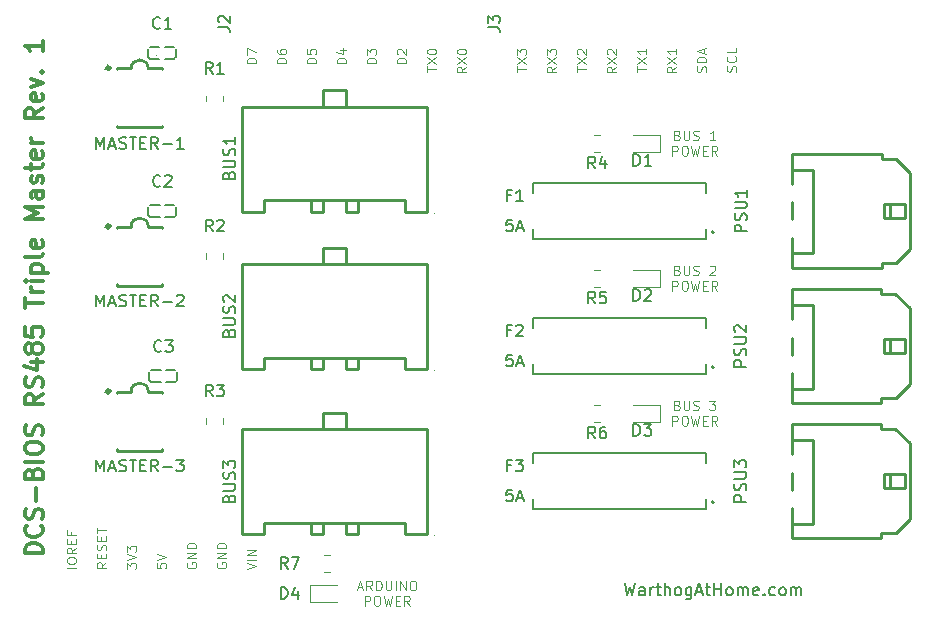
<source format=gbr>
%TF.GenerationSoftware,KiCad,Pcbnew,(6.0.7)*%
%TF.CreationDate,2022-08-17T13:42:15+03:00*%
%TF.ProjectId,Master Shield,4d617374-6572-4205-9368-69656c642e6b,1*%
%TF.SameCoordinates,Original*%
%TF.FileFunction,Legend,Top*%
%TF.FilePolarity,Positive*%
%FSLAX46Y46*%
G04 Gerber Fmt 4.6, Leading zero omitted, Abs format (unit mm)*
G04 Created by KiCad (PCBNEW (6.0.7)) date 2022-08-17 13:42:15*
%MOMM*%
%LPD*%
G01*
G04 APERTURE LIST*
%ADD10C,0.101600*%
%ADD11C,0.203200*%
%ADD12C,0.300000*%
%ADD13C,0.150000*%
%ADD14C,0.120000*%
%ADD15C,0.254001*%
%ADD16C,0.059995*%
%ADD17C,0.152400*%
%ADD18C,0.127000*%
%ADD19C,0.200000*%
G04 APERTURE END LIST*
D10*
X42773600Y5130317D02*
X42734895Y5052907D01*
X42734895Y4936793D01*
X42773600Y4820679D01*
X42851009Y4743269D01*
X42928419Y4704564D01*
X43083238Y4665860D01*
X43199352Y4665860D01*
X43354171Y4704564D01*
X43431580Y4743269D01*
X43508990Y4820679D01*
X43547695Y4936793D01*
X43547695Y5014202D01*
X43508990Y5130317D01*
X43470285Y5169021D01*
X43199352Y5169021D01*
X43199352Y5014202D01*
X43547695Y5517364D02*
X42734895Y5517364D01*
X43547695Y5981821D01*
X42734895Y5981821D01*
X43547695Y6368869D02*
X42734895Y6368869D01*
X42734895Y6562393D01*
X42773600Y6678507D01*
X42851009Y6755917D01*
X42928419Y6794621D01*
X43083238Y6833326D01*
X43199352Y6833326D01*
X43354171Y6794621D01*
X43431580Y6755917D01*
X43508990Y6678507D01*
X43547695Y6562393D01*
X43547695Y6368869D01*
X73214895Y46738903D02*
X73214895Y47203360D01*
X74027695Y46971132D02*
X73214895Y46971132D01*
X73214895Y47396884D02*
X74027695Y47938751D01*
X73214895Y47938751D02*
X74027695Y47396884D01*
X73292304Y48209684D02*
X73253600Y48248389D01*
X73214895Y48325799D01*
X73214895Y48519322D01*
X73253600Y48596732D01*
X73292304Y48635437D01*
X73369714Y48674141D01*
X73447123Y48674141D01*
X73563238Y48635437D01*
X74027695Y48170980D01*
X74027695Y48674141D01*
X81733571Y41352362D02*
X81849685Y41313657D01*
X81888390Y41274952D01*
X81927095Y41197543D01*
X81927095Y41081428D01*
X81888390Y41004019D01*
X81849685Y40965314D01*
X81772276Y40926609D01*
X81462638Y40926609D01*
X81462638Y41739409D01*
X81733571Y41739409D01*
X81810980Y41700704D01*
X81849685Y41662000D01*
X81888390Y41584590D01*
X81888390Y41507181D01*
X81849685Y41429771D01*
X81810980Y41391066D01*
X81733571Y41352362D01*
X81462638Y41352362D01*
X82275438Y41739409D02*
X82275438Y41081428D01*
X82314142Y41004019D01*
X82352847Y40965314D01*
X82430257Y40926609D01*
X82585076Y40926609D01*
X82662485Y40965314D01*
X82701190Y41004019D01*
X82739895Y41081428D01*
X82739895Y41739409D01*
X83088238Y40965314D02*
X83204352Y40926609D01*
X83397876Y40926609D01*
X83475285Y40965314D01*
X83513990Y41004019D01*
X83552695Y41081428D01*
X83552695Y41158838D01*
X83513990Y41236247D01*
X83475285Y41274952D01*
X83397876Y41313657D01*
X83243057Y41352362D01*
X83165647Y41391066D01*
X83126942Y41429771D01*
X83088238Y41507181D01*
X83088238Y41584590D01*
X83126942Y41662000D01*
X83165647Y41700704D01*
X83243057Y41739409D01*
X83436580Y41739409D01*
X83552695Y41700704D01*
X84946066Y40926609D02*
X84481609Y40926609D01*
X84713838Y40926609D02*
X84713838Y41739409D01*
X84636428Y41623295D01*
X84559019Y41545885D01*
X84481609Y41507181D01*
X81307819Y39618001D02*
X81307819Y40430801D01*
X81617457Y40430801D01*
X81694866Y40392096D01*
X81733571Y40353392D01*
X81772276Y40275982D01*
X81772276Y40159868D01*
X81733571Y40082458D01*
X81694866Y40043754D01*
X81617457Y40005049D01*
X81307819Y40005049D01*
X82275438Y40430801D02*
X82430257Y40430801D01*
X82507666Y40392096D01*
X82585076Y40314687D01*
X82623780Y40159868D01*
X82623780Y39888935D01*
X82585076Y39734116D01*
X82507666Y39656706D01*
X82430257Y39618001D01*
X82275438Y39618001D01*
X82198028Y39656706D01*
X82120619Y39734116D01*
X82081914Y39888935D01*
X82081914Y40159868D01*
X82120619Y40314687D01*
X82198028Y40392096D01*
X82275438Y40430801D01*
X82894714Y40430801D02*
X83088238Y39618001D01*
X83243057Y40198573D01*
X83397876Y39618001D01*
X83591400Y40430801D01*
X83901038Y40043754D02*
X84171971Y40043754D01*
X84288085Y39618001D02*
X83901038Y39618001D01*
X83901038Y40430801D01*
X84288085Y40430801D01*
X85100885Y39618001D02*
X84829952Y40005049D01*
X84636428Y39618001D02*
X84636428Y40430801D01*
X84946066Y40430801D01*
X85023476Y40392096D01*
X85062180Y40353392D01*
X85100885Y40275982D01*
X85100885Y40159868D01*
X85062180Y40082458D01*
X85023476Y40043754D01*
X84946066Y40005049D01*
X84636428Y40005049D01*
X45274895Y4588450D02*
X46087695Y4859383D01*
X45274895Y5130317D01*
X46087695Y5401250D02*
X45274895Y5401250D01*
X46087695Y5788298D02*
X45274895Y5788298D01*
X46087695Y6252755D01*
X45274895Y6252755D01*
X40233600Y5130317D02*
X40194895Y5052907D01*
X40194895Y4936793D01*
X40233600Y4820679D01*
X40311009Y4743269D01*
X40388419Y4704564D01*
X40543238Y4665860D01*
X40659352Y4665860D01*
X40814171Y4704564D01*
X40891580Y4743269D01*
X40968990Y4820679D01*
X41007695Y4936793D01*
X41007695Y5014202D01*
X40968990Y5130317D01*
X40930285Y5169021D01*
X40659352Y5169021D01*
X40659352Y5014202D01*
X41007695Y5517364D02*
X40194895Y5517364D01*
X41007695Y5981821D01*
X40194895Y5981821D01*
X41007695Y6368869D02*
X40194895Y6368869D01*
X40194895Y6562393D01*
X40233600Y6678507D01*
X40311009Y6755917D01*
X40388419Y6794621D01*
X40543238Y6833326D01*
X40659352Y6833326D01*
X40814171Y6794621D01*
X40891580Y6755917D01*
X40968990Y6678507D01*
X41007695Y6562393D01*
X41007695Y6368869D01*
X56247695Y47435589D02*
X55434895Y47435589D01*
X55434895Y47629113D01*
X55473600Y47745227D01*
X55551009Y47822637D01*
X55628419Y47861341D01*
X55783238Y47900046D01*
X55899352Y47900046D01*
X56054171Y47861341D01*
X56131580Y47822637D01*
X56208990Y47745227D01*
X56247695Y47629113D01*
X56247695Y47435589D01*
X55434895Y48170980D02*
X55434895Y48674141D01*
X55744533Y48403208D01*
X55744533Y48519322D01*
X55783238Y48596732D01*
X55821942Y48635437D01*
X55899352Y48674141D01*
X56092876Y48674141D01*
X56170285Y48635437D01*
X56208990Y48596732D01*
X56247695Y48519322D01*
X56247695Y48287094D01*
X56208990Y48209684D01*
X56170285Y48170980D01*
X30847695Y4704564D02*
X30034895Y4704564D01*
X30034895Y5246431D02*
X30034895Y5401250D01*
X30073600Y5478660D01*
X30151009Y5556069D01*
X30305828Y5594774D01*
X30576761Y5594774D01*
X30731580Y5556069D01*
X30808990Y5478660D01*
X30847695Y5401250D01*
X30847695Y5246431D01*
X30808990Y5169021D01*
X30731580Y5091612D01*
X30576761Y5052907D01*
X30305828Y5052907D01*
X30151009Y5091612D01*
X30073600Y5169021D01*
X30034895Y5246431D01*
X30847695Y6407574D02*
X30460647Y6136640D01*
X30847695Y5943117D02*
X30034895Y5943117D01*
X30034895Y6252755D01*
X30073600Y6330164D01*
X30112304Y6368869D01*
X30189714Y6407574D01*
X30305828Y6407574D01*
X30383238Y6368869D01*
X30421942Y6330164D01*
X30460647Y6252755D01*
X30460647Y5943117D01*
X30421942Y6755917D02*
X30421942Y7026850D01*
X30847695Y7142964D02*
X30847695Y6755917D01*
X30034895Y6755917D01*
X30034895Y7142964D01*
X30421942Y7762240D02*
X30421942Y7491307D01*
X30847695Y7491307D02*
X30034895Y7491307D01*
X30034895Y7878355D01*
X81733571Y29922362D02*
X81849685Y29883657D01*
X81888390Y29844952D01*
X81927095Y29767543D01*
X81927095Y29651428D01*
X81888390Y29574019D01*
X81849685Y29535314D01*
X81772276Y29496609D01*
X81462638Y29496609D01*
X81462638Y30309409D01*
X81733571Y30309409D01*
X81810980Y30270704D01*
X81849685Y30232000D01*
X81888390Y30154590D01*
X81888390Y30077181D01*
X81849685Y29999771D01*
X81810980Y29961066D01*
X81733571Y29922362D01*
X81462638Y29922362D01*
X82275438Y30309409D02*
X82275438Y29651428D01*
X82314142Y29574019D01*
X82352847Y29535314D01*
X82430257Y29496609D01*
X82585076Y29496609D01*
X82662485Y29535314D01*
X82701190Y29574019D01*
X82739895Y29651428D01*
X82739895Y30309409D01*
X83088238Y29535314D02*
X83204352Y29496609D01*
X83397876Y29496609D01*
X83475285Y29535314D01*
X83513990Y29574019D01*
X83552695Y29651428D01*
X83552695Y29728838D01*
X83513990Y29806247D01*
X83475285Y29844952D01*
X83397876Y29883657D01*
X83243057Y29922362D01*
X83165647Y29961066D01*
X83126942Y29999771D01*
X83088238Y30077181D01*
X83088238Y30154590D01*
X83126942Y30232000D01*
X83165647Y30270704D01*
X83243057Y30309409D01*
X83436580Y30309409D01*
X83552695Y30270704D01*
X84481609Y30232000D02*
X84520314Y30270704D01*
X84597723Y30309409D01*
X84791247Y30309409D01*
X84868657Y30270704D01*
X84907361Y30232000D01*
X84946066Y30154590D01*
X84946066Y30077181D01*
X84907361Y29961066D01*
X84442904Y29496609D01*
X84946066Y29496609D01*
X81307819Y28188001D02*
X81307819Y29000801D01*
X81617457Y29000801D01*
X81694866Y28962096D01*
X81733571Y28923392D01*
X81772276Y28845982D01*
X81772276Y28729868D01*
X81733571Y28652458D01*
X81694866Y28613754D01*
X81617457Y28575049D01*
X81307819Y28575049D01*
X82275438Y29000801D02*
X82430257Y29000801D01*
X82507666Y28962096D01*
X82585076Y28884687D01*
X82623780Y28729868D01*
X82623780Y28458935D01*
X82585076Y28304116D01*
X82507666Y28226706D01*
X82430257Y28188001D01*
X82275438Y28188001D01*
X82198028Y28226706D01*
X82120619Y28304116D01*
X82081914Y28458935D01*
X82081914Y28729868D01*
X82120619Y28884687D01*
X82198028Y28962096D01*
X82275438Y29000801D01*
X82894714Y29000801D02*
X83088238Y28188001D01*
X83243057Y28768573D01*
X83397876Y28188001D01*
X83591400Y29000801D01*
X83901038Y28613754D02*
X84171971Y28613754D01*
X84288085Y28188001D02*
X83901038Y28188001D01*
X83901038Y29000801D01*
X84288085Y29000801D01*
X85100885Y28188001D02*
X84829952Y28575049D01*
X84636428Y28188001D02*
X84636428Y29000801D01*
X84946066Y29000801D01*
X85023476Y28962096D01*
X85062180Y28923392D01*
X85100885Y28845982D01*
X85100885Y28729868D01*
X85062180Y28652458D01*
X85023476Y28613754D01*
X84946066Y28575049D01*
X84636428Y28575049D01*
D11*
X77261761Y3401381D02*
X77503666Y2385381D01*
X77697190Y3111096D01*
X77890714Y2385381D01*
X78132619Y3401381D01*
X78955095Y2385381D02*
X78955095Y2917572D01*
X78906714Y3014334D01*
X78809952Y3062715D01*
X78616428Y3062715D01*
X78519666Y3014334D01*
X78955095Y2433762D02*
X78858333Y2385381D01*
X78616428Y2385381D01*
X78519666Y2433762D01*
X78471285Y2530524D01*
X78471285Y2627286D01*
X78519666Y2724048D01*
X78616428Y2772429D01*
X78858333Y2772429D01*
X78955095Y2820810D01*
X79438904Y2385381D02*
X79438904Y3062715D01*
X79438904Y2869191D02*
X79487285Y2965953D01*
X79535666Y3014334D01*
X79632428Y3062715D01*
X79729190Y3062715D01*
X79922714Y3062715D02*
X80309761Y3062715D01*
X80067857Y3401381D02*
X80067857Y2530524D01*
X80116238Y2433762D01*
X80213000Y2385381D01*
X80309761Y2385381D01*
X80648428Y2385381D02*
X80648428Y3401381D01*
X81083857Y2385381D02*
X81083857Y2917572D01*
X81035476Y3014334D01*
X80938714Y3062715D01*
X80793571Y3062715D01*
X80696809Y3014334D01*
X80648428Y2965953D01*
X81712809Y2385381D02*
X81616047Y2433762D01*
X81567666Y2482143D01*
X81519285Y2578905D01*
X81519285Y2869191D01*
X81567666Y2965953D01*
X81616047Y3014334D01*
X81712809Y3062715D01*
X81857952Y3062715D01*
X81954714Y3014334D01*
X82003095Y2965953D01*
X82051476Y2869191D01*
X82051476Y2578905D01*
X82003095Y2482143D01*
X81954714Y2433762D01*
X81857952Y2385381D01*
X81712809Y2385381D01*
X82922333Y3062715D02*
X82922333Y2240239D01*
X82873952Y2143477D01*
X82825571Y2095096D01*
X82728809Y2046715D01*
X82583666Y2046715D01*
X82486904Y2095096D01*
X82922333Y2433762D02*
X82825571Y2385381D01*
X82632047Y2385381D01*
X82535285Y2433762D01*
X82486904Y2482143D01*
X82438523Y2578905D01*
X82438523Y2869191D01*
X82486904Y2965953D01*
X82535285Y3014334D01*
X82632047Y3062715D01*
X82825571Y3062715D01*
X82922333Y3014334D01*
X83357761Y2675667D02*
X83841571Y2675667D01*
X83261000Y2385381D02*
X83599666Y3401381D01*
X83938333Y2385381D01*
X84131857Y3062715D02*
X84518904Y3062715D01*
X84277000Y3401381D02*
X84277000Y2530524D01*
X84325380Y2433762D01*
X84422142Y2385381D01*
X84518904Y2385381D01*
X84857571Y2385381D02*
X84857571Y3401381D01*
X84857571Y2917572D02*
X85438142Y2917572D01*
X85438142Y2385381D02*
X85438142Y3401381D01*
X86067095Y2385381D02*
X85970333Y2433762D01*
X85921952Y2482143D01*
X85873571Y2578905D01*
X85873571Y2869191D01*
X85921952Y2965953D01*
X85970333Y3014334D01*
X86067095Y3062715D01*
X86212238Y3062715D01*
X86309000Y3014334D01*
X86357380Y2965953D01*
X86405761Y2869191D01*
X86405761Y2578905D01*
X86357380Y2482143D01*
X86309000Y2433762D01*
X86212238Y2385381D01*
X86067095Y2385381D01*
X86841190Y2385381D02*
X86841190Y3062715D01*
X86841190Y2965953D02*
X86889571Y3014334D01*
X86986333Y3062715D01*
X87131476Y3062715D01*
X87228238Y3014334D01*
X87276619Y2917572D01*
X87276619Y2385381D01*
X87276619Y2917572D02*
X87325000Y3014334D01*
X87421761Y3062715D01*
X87566904Y3062715D01*
X87663666Y3014334D01*
X87712047Y2917572D01*
X87712047Y2385381D01*
X88582904Y2433762D02*
X88486142Y2385381D01*
X88292619Y2385381D01*
X88195857Y2433762D01*
X88147476Y2530524D01*
X88147476Y2917572D01*
X88195857Y3014334D01*
X88292619Y3062715D01*
X88486142Y3062715D01*
X88582904Y3014334D01*
X88631285Y2917572D01*
X88631285Y2820810D01*
X88147476Y2724048D01*
X89066714Y2482143D02*
X89115095Y2433762D01*
X89066714Y2385381D01*
X89018333Y2433762D01*
X89066714Y2482143D01*
X89066714Y2385381D01*
X89985952Y2433762D02*
X89889190Y2385381D01*
X89695666Y2385381D01*
X89598904Y2433762D01*
X89550523Y2482143D01*
X89502142Y2578905D01*
X89502142Y2869191D01*
X89550523Y2965953D01*
X89598904Y3014334D01*
X89695666Y3062715D01*
X89889190Y3062715D01*
X89985952Y3014334D01*
X90566523Y2385381D02*
X90469761Y2433762D01*
X90421380Y2482143D01*
X90373000Y2578905D01*
X90373000Y2869191D01*
X90421380Y2965953D01*
X90469761Y3014334D01*
X90566523Y3062715D01*
X90711666Y3062715D01*
X90808428Y3014334D01*
X90856809Y2965953D01*
X90905190Y2869191D01*
X90905190Y2578905D01*
X90856809Y2482143D01*
X90808428Y2433762D01*
X90711666Y2385381D01*
X90566523Y2385381D01*
X91340619Y2385381D02*
X91340619Y3062715D01*
X91340619Y2965953D02*
X91389000Y3014334D01*
X91485761Y3062715D01*
X91630904Y3062715D01*
X91727666Y3014334D01*
X91776047Y2917572D01*
X91776047Y2385381D01*
X91776047Y2917572D02*
X91824428Y3014334D01*
X91921190Y3062715D01*
X92066333Y3062715D01*
X92163095Y3014334D01*
X92211476Y2917572D01*
X92211476Y2385381D01*
D10*
X86688990Y46738903D02*
X86727695Y46855018D01*
X86727695Y47048541D01*
X86688990Y47125951D01*
X86650285Y47164656D01*
X86572876Y47203360D01*
X86495466Y47203360D01*
X86418057Y47164656D01*
X86379352Y47125951D01*
X86340647Y47048541D01*
X86301942Y46893722D01*
X86263238Y46816313D01*
X86224533Y46777608D01*
X86147123Y46738903D01*
X86069714Y46738903D01*
X85992304Y46777608D01*
X85953600Y46816313D01*
X85914895Y46893722D01*
X85914895Y47087246D01*
X85953600Y47203360D01*
X86650285Y48016160D02*
X86688990Y47977456D01*
X86727695Y47861341D01*
X86727695Y47783932D01*
X86688990Y47667818D01*
X86611580Y47590408D01*
X86534171Y47551703D01*
X86379352Y47512999D01*
X86263238Y47512999D01*
X86108419Y47551703D01*
X86031009Y47590408D01*
X85953600Y47667818D01*
X85914895Y47783932D01*
X85914895Y47861341D01*
X85953600Y47977456D01*
X85992304Y48016160D01*
X86727695Y48751551D02*
X86727695Y48364503D01*
X85914895Y48364503D01*
X33387695Y5169021D02*
X33000647Y4898088D01*
X33387695Y4704564D02*
X32574895Y4704564D01*
X32574895Y5014202D01*
X32613600Y5091612D01*
X32652304Y5130317D01*
X32729714Y5169021D01*
X32845828Y5169021D01*
X32923238Y5130317D01*
X32961942Y5091612D01*
X33000647Y5014202D01*
X33000647Y4704564D01*
X32961942Y5517364D02*
X32961942Y5788298D01*
X33387695Y5904412D02*
X33387695Y5517364D01*
X32574895Y5517364D01*
X32574895Y5904412D01*
X33348990Y6214050D02*
X33387695Y6330164D01*
X33387695Y6523688D01*
X33348990Y6601098D01*
X33310285Y6639802D01*
X33232876Y6678507D01*
X33155466Y6678507D01*
X33078057Y6639802D01*
X33039352Y6601098D01*
X33000647Y6523688D01*
X32961942Y6368869D01*
X32923238Y6291460D01*
X32884533Y6252755D01*
X32807123Y6214050D01*
X32729714Y6214050D01*
X32652304Y6252755D01*
X32613600Y6291460D01*
X32574895Y6368869D01*
X32574895Y6562393D01*
X32613600Y6678507D01*
X32961942Y7026850D02*
X32961942Y7297783D01*
X33387695Y7413898D02*
X33387695Y7026850D01*
X32574895Y7026850D01*
X32574895Y7413898D01*
X32574895Y7646126D02*
X32574895Y8110583D01*
X33387695Y7878355D02*
X32574895Y7878355D01*
X58787695Y47435589D02*
X57974895Y47435589D01*
X57974895Y47629113D01*
X58013600Y47745227D01*
X58091009Y47822637D01*
X58168419Y47861341D01*
X58323238Y47900046D01*
X58439352Y47900046D01*
X58594171Y47861341D01*
X58671580Y47822637D01*
X58748990Y47745227D01*
X58787695Y47629113D01*
X58787695Y47435589D01*
X58052304Y48209684D02*
X58013600Y48248389D01*
X57974895Y48325799D01*
X57974895Y48519322D01*
X58013600Y48596732D01*
X58052304Y48635437D01*
X58129714Y48674141D01*
X58207123Y48674141D01*
X58323238Y48635437D01*
X58787695Y48170980D01*
X58787695Y48674141D01*
X63867695Y47125951D02*
X63480647Y46855018D01*
X63867695Y46661494D02*
X63054895Y46661494D01*
X63054895Y46971132D01*
X63093600Y47048541D01*
X63132304Y47087246D01*
X63209714Y47125951D01*
X63325828Y47125951D01*
X63403238Y47087246D01*
X63441942Y47048541D01*
X63480647Y46971132D01*
X63480647Y46661494D01*
X63054895Y47396884D02*
X63867695Y47938751D01*
X63054895Y47938751D02*
X63867695Y47396884D01*
X63054895Y48403208D02*
X63054895Y48480618D01*
X63093600Y48558027D01*
X63132304Y48596732D01*
X63209714Y48635437D01*
X63364533Y48674141D01*
X63558057Y48674141D01*
X63712876Y48635437D01*
X63790285Y48596732D01*
X63828990Y48558027D01*
X63867695Y48480618D01*
X63867695Y48403208D01*
X63828990Y48325799D01*
X63790285Y48287094D01*
X63712876Y48248389D01*
X63558057Y48209684D01*
X63364533Y48209684D01*
X63209714Y48248389D01*
X63132304Y48287094D01*
X63093600Y48325799D01*
X63054895Y48403208D01*
X68134895Y46738903D02*
X68134895Y47203360D01*
X68947695Y46971132D02*
X68134895Y46971132D01*
X68134895Y47396884D02*
X68947695Y47938751D01*
X68134895Y47938751D02*
X68947695Y47396884D01*
X68134895Y48170980D02*
X68134895Y48674141D01*
X68444533Y48403208D01*
X68444533Y48519322D01*
X68483238Y48596732D01*
X68521942Y48635437D01*
X68599352Y48674141D01*
X68792876Y48674141D01*
X68870285Y48635437D01*
X68908990Y48596732D01*
X68947695Y48519322D01*
X68947695Y48287094D01*
X68908990Y48209684D01*
X68870285Y48170980D01*
X84148990Y46700199D02*
X84187695Y46816313D01*
X84187695Y47009837D01*
X84148990Y47087246D01*
X84110285Y47125951D01*
X84032876Y47164656D01*
X83955466Y47164656D01*
X83878057Y47125951D01*
X83839352Y47087246D01*
X83800647Y47009837D01*
X83761942Y46855018D01*
X83723238Y46777608D01*
X83684533Y46738903D01*
X83607123Y46700199D01*
X83529714Y46700199D01*
X83452304Y46738903D01*
X83413600Y46777608D01*
X83374895Y46855018D01*
X83374895Y47048541D01*
X83413600Y47164656D01*
X84187695Y47512999D02*
X83374895Y47512999D01*
X83374895Y47706522D01*
X83413600Y47822637D01*
X83491009Y47900046D01*
X83568419Y47938751D01*
X83723238Y47977456D01*
X83839352Y47977456D01*
X83994171Y47938751D01*
X84071580Y47900046D01*
X84148990Y47822637D01*
X84187695Y47706522D01*
X84187695Y47512999D01*
X83955466Y48287094D02*
X83955466Y48674141D01*
X84187695Y48209684D02*
X83374895Y48480618D01*
X84187695Y48751551D01*
X48627695Y47435589D02*
X47814895Y47435589D01*
X47814895Y47629113D01*
X47853600Y47745227D01*
X47931009Y47822637D01*
X48008419Y47861341D01*
X48163238Y47900046D01*
X48279352Y47900046D01*
X48434171Y47861341D01*
X48511580Y47822637D01*
X48588990Y47745227D01*
X48627695Y47629113D01*
X48627695Y47435589D01*
X47814895Y48596732D02*
X47814895Y48441913D01*
X47853600Y48364503D01*
X47892304Y48325799D01*
X48008419Y48248389D01*
X48163238Y48209684D01*
X48472876Y48209684D01*
X48550285Y48248389D01*
X48588990Y48287094D01*
X48627695Y48364503D01*
X48627695Y48519322D01*
X48588990Y48596732D01*
X48550285Y48635437D01*
X48472876Y48674141D01*
X48279352Y48674141D01*
X48201942Y48635437D01*
X48163238Y48596732D01*
X48124533Y48519322D01*
X48124533Y48364503D01*
X48163238Y48287094D01*
X48201942Y48248389D01*
X48279352Y48209684D01*
X35114895Y4627155D02*
X35114895Y5130317D01*
X35424533Y4859383D01*
X35424533Y4975498D01*
X35463238Y5052907D01*
X35501942Y5091612D01*
X35579352Y5130317D01*
X35772876Y5130317D01*
X35850285Y5091612D01*
X35888990Y5052907D01*
X35927695Y4975498D01*
X35927695Y4743269D01*
X35888990Y4665860D01*
X35850285Y4627155D01*
X35114895Y5362545D02*
X35927695Y5633479D01*
X35114895Y5904412D01*
X35114895Y6097936D02*
X35114895Y6601098D01*
X35424533Y6330164D01*
X35424533Y6446279D01*
X35463238Y6523688D01*
X35501942Y6562393D01*
X35579352Y6601098D01*
X35772876Y6601098D01*
X35850285Y6562393D01*
X35888990Y6523688D01*
X35927695Y6446279D01*
X35927695Y6214050D01*
X35888990Y6136640D01*
X35850285Y6097936D01*
X46087695Y47435589D02*
X45274895Y47435589D01*
X45274895Y47629113D01*
X45313600Y47745227D01*
X45391009Y47822637D01*
X45468419Y47861341D01*
X45623238Y47900046D01*
X45739352Y47900046D01*
X45894171Y47861341D01*
X45971580Y47822637D01*
X46048990Y47745227D01*
X46087695Y47629113D01*
X46087695Y47435589D01*
X45274895Y48170980D02*
X45274895Y48712846D01*
X46087695Y48364503D01*
X37654895Y5091612D02*
X37654895Y4704564D01*
X38041942Y4665860D01*
X38003238Y4704564D01*
X37964533Y4781974D01*
X37964533Y4975498D01*
X38003238Y5052907D01*
X38041942Y5091612D01*
X38119352Y5130317D01*
X38312876Y5130317D01*
X38390285Y5091612D01*
X38428990Y5052907D01*
X38467695Y4975498D01*
X38467695Y4781974D01*
X38428990Y4704564D01*
X38390285Y4665860D01*
X37654895Y5362545D02*
X38467695Y5633479D01*
X37654895Y5904412D01*
X81647695Y47125951D02*
X81260647Y46855018D01*
X81647695Y46661494D02*
X80834895Y46661494D01*
X80834895Y46971132D01*
X80873600Y47048541D01*
X80912304Y47087246D01*
X80989714Y47125951D01*
X81105828Y47125951D01*
X81183238Y47087246D01*
X81221942Y47048541D01*
X81260647Y46971132D01*
X81260647Y46661494D01*
X80834895Y47396884D02*
X81647695Y47938751D01*
X80834895Y47938751D02*
X81647695Y47396884D01*
X81647695Y48674141D02*
X81647695Y48209684D01*
X81647695Y48441913D02*
X80834895Y48441913D01*
X80951009Y48364503D01*
X81028419Y48287094D01*
X81067123Y48209684D01*
X81733571Y18492362D02*
X81849685Y18453657D01*
X81888390Y18414952D01*
X81927095Y18337543D01*
X81927095Y18221428D01*
X81888390Y18144019D01*
X81849685Y18105314D01*
X81772276Y18066609D01*
X81462638Y18066609D01*
X81462638Y18879409D01*
X81733571Y18879409D01*
X81810980Y18840704D01*
X81849685Y18802000D01*
X81888390Y18724590D01*
X81888390Y18647181D01*
X81849685Y18569771D01*
X81810980Y18531066D01*
X81733571Y18492362D01*
X81462638Y18492362D01*
X82275438Y18879409D02*
X82275438Y18221428D01*
X82314142Y18144019D01*
X82352847Y18105314D01*
X82430257Y18066609D01*
X82585076Y18066609D01*
X82662485Y18105314D01*
X82701190Y18144019D01*
X82739895Y18221428D01*
X82739895Y18879409D01*
X83088238Y18105314D02*
X83204352Y18066609D01*
X83397876Y18066609D01*
X83475285Y18105314D01*
X83513990Y18144019D01*
X83552695Y18221428D01*
X83552695Y18298838D01*
X83513990Y18376247D01*
X83475285Y18414952D01*
X83397876Y18453657D01*
X83243057Y18492362D01*
X83165647Y18531066D01*
X83126942Y18569771D01*
X83088238Y18647181D01*
X83088238Y18724590D01*
X83126942Y18802000D01*
X83165647Y18840704D01*
X83243057Y18879409D01*
X83436580Y18879409D01*
X83552695Y18840704D01*
X84442904Y18879409D02*
X84946066Y18879409D01*
X84675133Y18569771D01*
X84791247Y18569771D01*
X84868657Y18531066D01*
X84907361Y18492362D01*
X84946066Y18414952D01*
X84946066Y18221428D01*
X84907361Y18144019D01*
X84868657Y18105314D01*
X84791247Y18066609D01*
X84559019Y18066609D01*
X84481609Y18105314D01*
X84442904Y18144019D01*
X81307819Y16758001D02*
X81307819Y17570801D01*
X81617457Y17570801D01*
X81694866Y17532096D01*
X81733571Y17493392D01*
X81772276Y17415982D01*
X81772276Y17299868D01*
X81733571Y17222458D01*
X81694866Y17183754D01*
X81617457Y17145049D01*
X81307819Y17145049D01*
X82275438Y17570801D02*
X82430257Y17570801D01*
X82507666Y17532096D01*
X82585076Y17454687D01*
X82623780Y17299868D01*
X82623780Y17028935D01*
X82585076Y16874116D01*
X82507666Y16796706D01*
X82430257Y16758001D01*
X82275438Y16758001D01*
X82198028Y16796706D01*
X82120619Y16874116D01*
X82081914Y17028935D01*
X82081914Y17299868D01*
X82120619Y17454687D01*
X82198028Y17532096D01*
X82275438Y17570801D01*
X82894714Y17570801D02*
X83088238Y16758001D01*
X83243057Y17338573D01*
X83397876Y16758001D01*
X83591400Y17570801D01*
X83901038Y17183754D02*
X84171971Y17183754D01*
X84288085Y16758001D02*
X83901038Y16758001D01*
X83901038Y17570801D01*
X84288085Y17570801D01*
X85100885Y16758001D02*
X84829952Y17145049D01*
X84636428Y16758001D02*
X84636428Y17570801D01*
X84946066Y17570801D01*
X85023476Y17532096D01*
X85062180Y17493392D01*
X85100885Y17415982D01*
X85100885Y17299868D01*
X85062180Y17222458D01*
X85023476Y17183754D01*
X84946066Y17145049D01*
X84636428Y17145049D01*
X53707695Y47435589D02*
X52894895Y47435589D01*
X52894895Y47629113D01*
X52933600Y47745227D01*
X53011009Y47822637D01*
X53088419Y47861341D01*
X53243238Y47900046D01*
X53359352Y47900046D01*
X53514171Y47861341D01*
X53591580Y47822637D01*
X53668990Y47745227D01*
X53707695Y47629113D01*
X53707695Y47435589D01*
X53165828Y48596732D02*
X53707695Y48596732D01*
X52856190Y48403208D02*
X53436761Y48209684D01*
X53436761Y48712846D01*
X76567695Y47125951D02*
X76180647Y46855018D01*
X76567695Y46661494D02*
X75754895Y46661494D01*
X75754895Y46971132D01*
X75793600Y47048541D01*
X75832304Y47087246D01*
X75909714Y47125951D01*
X76025828Y47125951D01*
X76103238Y47087246D01*
X76141942Y47048541D01*
X76180647Y46971132D01*
X76180647Y46661494D01*
X75754895Y47396884D02*
X76567695Y47938751D01*
X75754895Y47938751D02*
X76567695Y47396884D01*
X75832304Y48209684D02*
X75793600Y48248389D01*
X75754895Y48325799D01*
X75754895Y48519322D01*
X75793600Y48596732D01*
X75832304Y48635437D01*
X75909714Y48674141D01*
X75987123Y48674141D01*
X76103238Y48635437D01*
X76567695Y48170980D01*
X76567695Y48674141D01*
X71487695Y47125951D02*
X71100647Y46855018D01*
X71487695Y46661494D02*
X70674895Y46661494D01*
X70674895Y46971132D01*
X70713600Y47048541D01*
X70752304Y47087246D01*
X70829714Y47125951D01*
X70945828Y47125951D01*
X71023238Y47087246D01*
X71061942Y47048541D01*
X71100647Y46971132D01*
X71100647Y46661494D01*
X70674895Y47396884D02*
X71487695Y47938751D01*
X70674895Y47938751D02*
X71487695Y47396884D01*
X70674895Y48170980D02*
X70674895Y48674141D01*
X70984533Y48403208D01*
X70984533Y48519322D01*
X71023238Y48596732D01*
X71061942Y48635437D01*
X71139352Y48674141D01*
X71332876Y48674141D01*
X71410285Y48635437D01*
X71448990Y48596732D01*
X71487695Y48519322D01*
X71487695Y48287094D01*
X71448990Y48209684D01*
X71410285Y48170980D01*
X60514895Y46738903D02*
X60514895Y47203360D01*
X61327695Y46971132D02*
X60514895Y46971132D01*
X60514895Y47396884D02*
X61327695Y47938751D01*
X60514895Y47938751D02*
X61327695Y47396884D01*
X60514895Y48403208D02*
X60514895Y48480618D01*
X60553600Y48558027D01*
X60592304Y48596732D01*
X60669714Y48635437D01*
X60824533Y48674141D01*
X61018057Y48674141D01*
X61172876Y48635437D01*
X61250285Y48596732D01*
X61288990Y48558027D01*
X61327695Y48480618D01*
X61327695Y48403208D01*
X61288990Y48325799D01*
X61250285Y48287094D01*
X61172876Y48248389D01*
X61018057Y48209684D01*
X60824533Y48209684D01*
X60669714Y48248389D01*
X60592304Y48287094D01*
X60553600Y48325799D01*
X60514895Y48403208D01*
X51167695Y47435589D02*
X50354895Y47435589D01*
X50354895Y47629113D01*
X50393600Y47745227D01*
X50471009Y47822637D01*
X50548419Y47861341D01*
X50703238Y47900046D01*
X50819352Y47900046D01*
X50974171Y47861341D01*
X51051580Y47822637D01*
X51128990Y47745227D01*
X51167695Y47629113D01*
X51167695Y47435589D01*
X50354895Y48635437D02*
X50354895Y48248389D01*
X50741942Y48209684D01*
X50703238Y48248389D01*
X50664533Y48325799D01*
X50664533Y48519322D01*
X50703238Y48596732D01*
X50741942Y48635437D01*
X50819352Y48674141D01*
X51012876Y48674141D01*
X51090285Y48635437D01*
X51128990Y48596732D01*
X51167695Y48519322D01*
X51167695Y48325799D01*
X51128990Y48248389D01*
X51090285Y48209684D01*
X78294895Y46738903D02*
X78294895Y47203360D01*
X79107695Y46971132D02*
X78294895Y46971132D01*
X78294895Y47396884D02*
X79107695Y47938751D01*
X78294895Y47938751D02*
X79107695Y47396884D01*
X79107695Y48674141D02*
X79107695Y48209684D01*
X79107695Y48441913D02*
X78294895Y48441913D01*
X78411009Y48364503D01*
X78488419Y48287094D01*
X78527123Y48209684D01*
D12*
X27983571Y5931429D02*
X26483571Y5931429D01*
X26483571Y6288572D01*
X26555000Y6502858D01*
X26697857Y6645715D01*
X26840714Y6717143D01*
X27126428Y6788572D01*
X27340714Y6788572D01*
X27626428Y6717143D01*
X27769285Y6645715D01*
X27912142Y6502858D01*
X27983571Y6288572D01*
X27983571Y5931429D01*
X27840714Y8288572D02*
X27912142Y8217143D01*
X27983571Y8002858D01*
X27983571Y7860000D01*
X27912142Y7645715D01*
X27769285Y7502858D01*
X27626428Y7431429D01*
X27340714Y7360000D01*
X27126428Y7360000D01*
X26840714Y7431429D01*
X26697857Y7502858D01*
X26555000Y7645715D01*
X26483571Y7860000D01*
X26483571Y8002858D01*
X26555000Y8217143D01*
X26626428Y8288572D01*
X27912142Y8860000D02*
X27983571Y9074286D01*
X27983571Y9431429D01*
X27912142Y9574286D01*
X27840714Y9645715D01*
X27697857Y9717143D01*
X27555000Y9717143D01*
X27412142Y9645715D01*
X27340714Y9574286D01*
X27269285Y9431429D01*
X27197857Y9145715D01*
X27126428Y9002858D01*
X27055000Y8931429D01*
X26912142Y8860000D01*
X26769285Y8860000D01*
X26626428Y8931429D01*
X26555000Y9002858D01*
X26483571Y9145715D01*
X26483571Y9502858D01*
X26555000Y9717143D01*
X27412142Y10360000D02*
X27412142Y11502858D01*
X27197857Y12717143D02*
X27269285Y12931429D01*
X27340714Y13002858D01*
X27483571Y13074286D01*
X27697857Y13074286D01*
X27840714Y13002858D01*
X27912142Y12931429D01*
X27983571Y12788572D01*
X27983571Y12217143D01*
X26483571Y12217143D01*
X26483571Y12717143D01*
X26555000Y12860000D01*
X26626428Y12931429D01*
X26769285Y13002858D01*
X26912142Y13002858D01*
X27055000Y12931429D01*
X27126428Y12860000D01*
X27197857Y12717143D01*
X27197857Y12217143D01*
X27983571Y13717143D02*
X26483571Y13717143D01*
X26483571Y14717143D02*
X26483571Y15002858D01*
X26555000Y15145715D01*
X26697857Y15288572D01*
X26983571Y15360000D01*
X27483571Y15360000D01*
X27769285Y15288572D01*
X27912142Y15145715D01*
X27983571Y15002858D01*
X27983571Y14717143D01*
X27912142Y14574286D01*
X27769285Y14431429D01*
X27483571Y14360000D01*
X26983571Y14360000D01*
X26697857Y14431429D01*
X26555000Y14574286D01*
X26483571Y14717143D01*
X27912142Y15931429D02*
X27983571Y16145715D01*
X27983571Y16502858D01*
X27912142Y16645715D01*
X27840714Y16717143D01*
X27697857Y16788572D01*
X27555000Y16788572D01*
X27412142Y16717143D01*
X27340714Y16645715D01*
X27269285Y16502858D01*
X27197857Y16217143D01*
X27126428Y16074286D01*
X27055000Y16002858D01*
X26912142Y15931429D01*
X26769285Y15931429D01*
X26626428Y16002858D01*
X26555000Y16074286D01*
X26483571Y16217143D01*
X26483571Y16574286D01*
X26555000Y16788572D01*
X27983571Y19431429D02*
X27269285Y18931429D01*
X27983571Y18574286D02*
X26483571Y18574286D01*
X26483571Y19145715D01*
X26555000Y19288572D01*
X26626428Y19360000D01*
X26769285Y19431429D01*
X26983571Y19431429D01*
X27126428Y19360000D01*
X27197857Y19288572D01*
X27269285Y19145715D01*
X27269285Y18574286D01*
X27912142Y20002858D02*
X27983571Y20217143D01*
X27983571Y20574286D01*
X27912142Y20717143D01*
X27840714Y20788572D01*
X27697857Y20860000D01*
X27555000Y20860000D01*
X27412142Y20788572D01*
X27340714Y20717143D01*
X27269285Y20574286D01*
X27197857Y20288572D01*
X27126428Y20145715D01*
X27055000Y20074286D01*
X26912142Y20002858D01*
X26769285Y20002858D01*
X26626428Y20074286D01*
X26555000Y20145715D01*
X26483571Y20288572D01*
X26483571Y20645715D01*
X26555000Y20860000D01*
X26983571Y22145715D02*
X27983571Y22145715D01*
X26412142Y21788572D02*
X27483571Y21431429D01*
X27483571Y22360000D01*
X27126428Y23145715D02*
X27055000Y23002858D01*
X26983571Y22931429D01*
X26840714Y22860000D01*
X26769285Y22860000D01*
X26626428Y22931429D01*
X26555000Y23002858D01*
X26483571Y23145715D01*
X26483571Y23431429D01*
X26555000Y23574286D01*
X26626428Y23645715D01*
X26769285Y23717143D01*
X26840714Y23717143D01*
X26983571Y23645715D01*
X27055000Y23574286D01*
X27126428Y23431429D01*
X27126428Y23145715D01*
X27197857Y23002858D01*
X27269285Y22931429D01*
X27412142Y22860000D01*
X27697857Y22860000D01*
X27840714Y22931429D01*
X27912142Y23002858D01*
X27983571Y23145715D01*
X27983571Y23431429D01*
X27912142Y23574286D01*
X27840714Y23645715D01*
X27697857Y23717143D01*
X27412142Y23717143D01*
X27269285Y23645715D01*
X27197857Y23574286D01*
X27126428Y23431429D01*
X26483571Y25074286D02*
X26483571Y24360000D01*
X27197857Y24288572D01*
X27126428Y24360000D01*
X27055000Y24502858D01*
X27055000Y24860000D01*
X27126428Y25002858D01*
X27197857Y25074286D01*
X27340714Y25145715D01*
X27697857Y25145715D01*
X27840714Y25074286D01*
X27912142Y25002858D01*
X27983571Y24860000D01*
X27983571Y24502858D01*
X27912142Y24360000D01*
X27840714Y24288572D01*
X26483571Y26717143D02*
X26483571Y27574286D01*
X27983571Y27145715D02*
X26483571Y27145715D01*
X27983571Y28074286D02*
X26983571Y28074286D01*
X27269285Y28074286D02*
X27126428Y28145715D01*
X27055000Y28217143D01*
X26983571Y28360000D01*
X26983571Y28502858D01*
X27983571Y29002858D02*
X26983571Y29002858D01*
X26483571Y29002858D02*
X26555000Y28931429D01*
X26626428Y29002858D01*
X26555000Y29074286D01*
X26483571Y29002858D01*
X26626428Y29002858D01*
X26983571Y29717143D02*
X28483571Y29717143D01*
X27055000Y29717143D02*
X26983571Y29860000D01*
X26983571Y30145715D01*
X27055000Y30288572D01*
X27126428Y30360000D01*
X27269285Y30431429D01*
X27697857Y30431429D01*
X27840714Y30360000D01*
X27912142Y30288572D01*
X27983571Y30145715D01*
X27983571Y29860000D01*
X27912142Y29717143D01*
X27983571Y31288572D02*
X27912142Y31145715D01*
X27769285Y31074286D01*
X26483571Y31074286D01*
X27912142Y32431429D02*
X27983571Y32288572D01*
X27983571Y32002858D01*
X27912142Y31860000D01*
X27769285Y31788572D01*
X27197857Y31788572D01*
X27055000Y31860000D01*
X26983571Y32002858D01*
X26983571Y32288572D01*
X27055000Y32431429D01*
X27197857Y32502858D01*
X27340714Y32502858D01*
X27483571Y31788572D01*
X27983571Y34288572D02*
X26483571Y34288572D01*
X27555000Y34788572D01*
X26483571Y35288572D01*
X27983571Y35288572D01*
X27983571Y36645715D02*
X27197857Y36645715D01*
X27055000Y36574286D01*
X26983571Y36431429D01*
X26983571Y36145715D01*
X27055000Y36002858D01*
X27912142Y36645715D02*
X27983571Y36502858D01*
X27983571Y36145715D01*
X27912142Y36002858D01*
X27769285Y35931429D01*
X27626428Y35931429D01*
X27483571Y36002858D01*
X27412142Y36145715D01*
X27412142Y36502858D01*
X27340714Y36645715D01*
X27912142Y37288572D02*
X27983571Y37431429D01*
X27983571Y37717143D01*
X27912142Y37860000D01*
X27769285Y37931429D01*
X27697857Y37931429D01*
X27555000Y37860000D01*
X27483571Y37717143D01*
X27483571Y37502858D01*
X27412142Y37360000D01*
X27269285Y37288572D01*
X27197857Y37288572D01*
X27055000Y37360000D01*
X26983571Y37502858D01*
X26983571Y37717143D01*
X27055000Y37860000D01*
X26983571Y38360000D02*
X26983571Y38931429D01*
X26483571Y38574286D02*
X27769285Y38574286D01*
X27912142Y38645715D01*
X27983571Y38788572D01*
X27983571Y38931429D01*
X27912142Y40002858D02*
X27983571Y39860000D01*
X27983571Y39574286D01*
X27912142Y39431429D01*
X27769285Y39360000D01*
X27197857Y39360000D01*
X27055000Y39431429D01*
X26983571Y39574286D01*
X26983571Y39860000D01*
X27055000Y40002858D01*
X27197857Y40074286D01*
X27340714Y40074286D01*
X27483571Y39360000D01*
X27983571Y40717143D02*
X26983571Y40717143D01*
X27269285Y40717143D02*
X27126428Y40788572D01*
X27055000Y40860000D01*
X26983571Y41002858D01*
X26983571Y41145715D01*
X27983571Y43645715D02*
X27269285Y43145715D01*
X27983571Y42788572D02*
X26483571Y42788572D01*
X26483571Y43360000D01*
X26555000Y43502858D01*
X26626428Y43574286D01*
X26769285Y43645715D01*
X26983571Y43645715D01*
X27126428Y43574286D01*
X27197857Y43502858D01*
X27269285Y43360000D01*
X27269285Y42788572D01*
X27912142Y44860000D02*
X27983571Y44717143D01*
X27983571Y44431429D01*
X27912142Y44288572D01*
X27769285Y44217143D01*
X27197857Y44217143D01*
X27055000Y44288572D01*
X26983571Y44431429D01*
X26983571Y44717143D01*
X27055000Y44860000D01*
X27197857Y44931429D01*
X27340714Y44931429D01*
X27483571Y44217143D01*
X26983571Y45431429D02*
X27983571Y45788572D01*
X26983571Y46145715D01*
X27840714Y46717143D02*
X27912142Y46788572D01*
X27983571Y46717143D01*
X27912142Y46645715D01*
X27840714Y46717143D01*
X27983571Y46717143D01*
X27983571Y49360000D02*
X27983571Y48502858D01*
X27983571Y48931429D02*
X26483571Y48931429D01*
X26697857Y48788572D01*
X26840714Y48645715D01*
X26912142Y48502858D01*
D10*
X54672895Y3058838D02*
X55059942Y3058838D01*
X54595485Y2826609D02*
X54866419Y3639409D01*
X55137352Y2826609D01*
X55872742Y2826609D02*
X55601809Y3213657D01*
X55408285Y2826609D02*
X55408285Y3639409D01*
X55717923Y3639409D01*
X55795333Y3600704D01*
X55834038Y3562000D01*
X55872742Y3484590D01*
X55872742Y3368476D01*
X55834038Y3291066D01*
X55795333Y3252362D01*
X55717923Y3213657D01*
X55408285Y3213657D01*
X56221085Y2826609D02*
X56221085Y3639409D01*
X56414609Y3639409D01*
X56530723Y3600704D01*
X56608133Y3523295D01*
X56646838Y3445885D01*
X56685542Y3291066D01*
X56685542Y3174952D01*
X56646838Y3020133D01*
X56608133Y2942724D01*
X56530723Y2865314D01*
X56414609Y2826609D01*
X56221085Y2826609D01*
X57033885Y3639409D02*
X57033885Y2981428D01*
X57072590Y2904019D01*
X57111295Y2865314D01*
X57188704Y2826609D01*
X57343523Y2826609D01*
X57420933Y2865314D01*
X57459638Y2904019D01*
X57498342Y2981428D01*
X57498342Y3639409D01*
X57885390Y2826609D02*
X57885390Y3639409D01*
X58272438Y2826609D02*
X58272438Y3639409D01*
X58736895Y2826609D01*
X58736895Y3639409D01*
X59278761Y3639409D02*
X59433580Y3639409D01*
X59510990Y3600704D01*
X59588400Y3523295D01*
X59627104Y3368476D01*
X59627104Y3097543D01*
X59588400Y2942724D01*
X59510990Y2865314D01*
X59433580Y2826609D01*
X59278761Y2826609D01*
X59201352Y2865314D01*
X59123942Y2942724D01*
X59085238Y3097543D01*
X59085238Y3368476D01*
X59123942Y3523295D01*
X59201352Y3600704D01*
X59278761Y3639409D01*
X55272819Y1518001D02*
X55272819Y2330801D01*
X55582457Y2330801D01*
X55659866Y2292096D01*
X55698571Y2253392D01*
X55737276Y2175982D01*
X55737276Y2059868D01*
X55698571Y1982458D01*
X55659866Y1943754D01*
X55582457Y1905049D01*
X55272819Y1905049D01*
X56240438Y2330801D02*
X56395257Y2330801D01*
X56472666Y2292096D01*
X56550076Y2214687D01*
X56588780Y2059868D01*
X56588780Y1788935D01*
X56550076Y1634116D01*
X56472666Y1556706D01*
X56395257Y1518001D01*
X56240438Y1518001D01*
X56163028Y1556706D01*
X56085619Y1634116D01*
X56046914Y1788935D01*
X56046914Y2059868D01*
X56085619Y2214687D01*
X56163028Y2292096D01*
X56240438Y2330801D01*
X56859714Y2330801D02*
X57053238Y1518001D01*
X57208057Y2098573D01*
X57362876Y1518001D01*
X57556400Y2330801D01*
X57866038Y1943754D02*
X58136971Y1943754D01*
X58253085Y1518001D02*
X57866038Y1518001D01*
X57866038Y2330801D01*
X58253085Y2330801D01*
X59065885Y1518001D02*
X58794952Y1905049D01*
X58601428Y1518001D02*
X58601428Y2330801D01*
X58911066Y2330801D01*
X58988476Y2292096D01*
X59027180Y2253392D01*
X59065885Y2175982D01*
X59065885Y2059868D01*
X59027180Y1982458D01*
X58988476Y1943754D01*
X58911066Y1905049D01*
X58601428Y1905049D01*
D13*
%TO.C,R2*%
X42378333Y33202620D02*
X42045000Y33678810D01*
X41806904Y33202620D02*
X41806904Y34202620D01*
X42187857Y34202620D01*
X42283095Y34155000D01*
X42330714Y34107381D01*
X42378333Y34012143D01*
X42378333Y33869286D01*
X42330714Y33774048D01*
X42283095Y33726429D01*
X42187857Y33678810D01*
X41806904Y33678810D01*
X42759285Y34107381D02*
X42806904Y34155000D01*
X42902142Y34202620D01*
X43140238Y34202620D01*
X43235476Y34155000D01*
X43283095Y34107381D01*
X43330714Y34012143D01*
X43330714Y33916905D01*
X43283095Y33774048D01*
X42711666Y33202620D01*
X43330714Y33202620D01*
%TO.C,MASTER-2*%
X32542352Y26852620D02*
X32542352Y27852620D01*
X32875685Y27138334D01*
X33209019Y27852620D01*
X33209019Y26852620D01*
X33637590Y27138334D02*
X34113780Y27138334D01*
X33542352Y26852620D02*
X33875685Y27852620D01*
X34209019Y26852620D01*
X34494733Y26900239D02*
X34637590Y26852620D01*
X34875685Y26852620D01*
X34970923Y26900239D01*
X35018542Y26947858D01*
X35066161Y27043096D01*
X35066161Y27138334D01*
X35018542Y27233572D01*
X34970923Y27281191D01*
X34875685Y27328810D01*
X34685209Y27376429D01*
X34589971Y27424048D01*
X34542352Y27471667D01*
X34494733Y27566905D01*
X34494733Y27662143D01*
X34542352Y27757381D01*
X34589971Y27805000D01*
X34685209Y27852620D01*
X34923304Y27852620D01*
X35066161Y27805000D01*
X35351876Y27852620D02*
X35923304Y27852620D01*
X35637590Y26852620D02*
X35637590Y27852620D01*
X36256638Y27376429D02*
X36589971Y27376429D01*
X36732828Y26852620D02*
X36256638Y26852620D01*
X36256638Y27852620D01*
X36732828Y27852620D01*
X37732828Y26852620D02*
X37399495Y27328810D01*
X37161399Y26852620D02*
X37161399Y27852620D01*
X37542352Y27852620D01*
X37637590Y27805000D01*
X37685209Y27757381D01*
X37732828Y27662143D01*
X37732828Y27519286D01*
X37685209Y27424048D01*
X37637590Y27376429D01*
X37542352Y27328810D01*
X37161399Y27328810D01*
X38161399Y27233572D02*
X38923304Y27233572D01*
X39351876Y27757381D02*
X39399495Y27805000D01*
X39494733Y27852620D01*
X39732828Y27852620D01*
X39828066Y27805000D01*
X39875685Y27757381D01*
X39923304Y27662143D01*
X39923304Y27566905D01*
X39875685Y27424048D01*
X39304257Y26852620D01*
X39923304Y26852620D01*
%TO.C,R4*%
X74763333Y38537620D02*
X74430000Y39013810D01*
X74191904Y38537620D02*
X74191904Y39537620D01*
X74572857Y39537620D01*
X74668095Y39490000D01*
X74715714Y39442381D01*
X74763333Y39347143D01*
X74763333Y39204286D01*
X74715714Y39109048D01*
X74668095Y39061429D01*
X74572857Y39013810D01*
X74191904Y39013810D01*
X75620476Y39204286D02*
X75620476Y38537620D01*
X75382380Y39585239D02*
X75144285Y38870953D01*
X75763333Y38870953D01*
%TO.C,PSU1*%
X87588263Y33195155D02*
X86588263Y33195155D01*
X86588263Y33576108D01*
X86635883Y33671346D01*
X86683502Y33718965D01*
X86778740Y33766584D01*
X86921597Y33766584D01*
X87016835Y33718965D01*
X87064454Y33671346D01*
X87112073Y33576108D01*
X87112073Y33195155D01*
X87540644Y34147536D02*
X87588263Y34290393D01*
X87588263Y34528489D01*
X87540644Y34623727D01*
X87493025Y34671346D01*
X87397787Y34718965D01*
X87302549Y34718965D01*
X87207311Y34671346D01*
X87159692Y34623727D01*
X87112073Y34528489D01*
X87064454Y34338012D01*
X87016835Y34242774D01*
X86969216Y34195155D01*
X86873978Y34147536D01*
X86778740Y34147536D01*
X86683502Y34195155D01*
X86635883Y34242774D01*
X86588263Y34338012D01*
X86588263Y34576108D01*
X86635883Y34718965D01*
X86588263Y35147536D02*
X87397787Y35147536D01*
X87493025Y35195155D01*
X87540644Y35242774D01*
X87588263Y35338012D01*
X87588263Y35528489D01*
X87540644Y35623727D01*
X87493025Y35671346D01*
X87397787Y35718965D01*
X86588263Y35718965D01*
X87588263Y36718965D02*
X87588263Y36147536D01*
X87588263Y36433250D02*
X86588263Y36433250D01*
X86731121Y36338012D01*
X86826359Y36242774D01*
X86873978Y36147536D01*
%TO.C,D3*%
X78001904Y15897620D02*
X78001904Y16897620D01*
X78240000Y16897620D01*
X78382857Y16850000D01*
X78478095Y16754762D01*
X78525714Y16659524D01*
X78573333Y16469048D01*
X78573333Y16326191D01*
X78525714Y16135715D01*
X78478095Y16040477D01*
X78382857Y15945239D01*
X78240000Y15897620D01*
X78001904Y15897620D01*
X78906666Y16897620D02*
X79525714Y16897620D01*
X79192380Y16516667D01*
X79335238Y16516667D01*
X79430476Y16469048D01*
X79478095Y16421429D01*
X79525714Y16326191D01*
X79525714Y16088096D01*
X79478095Y15992858D01*
X79430476Y15945239D01*
X79335238Y15897620D01*
X79049523Y15897620D01*
X78954285Y15945239D01*
X78906666Y15992858D01*
%TO.C,BUS3*%
X43757590Y10595239D02*
X43805209Y10738096D01*
X43852828Y10785715D01*
X43948066Y10833334D01*
X44090923Y10833334D01*
X44186161Y10785715D01*
X44233780Y10738096D01*
X44281399Y10642858D01*
X44281399Y10261905D01*
X43281399Y10261905D01*
X43281399Y10595239D01*
X43329019Y10690477D01*
X43376638Y10738096D01*
X43471876Y10785715D01*
X43567114Y10785715D01*
X43662352Y10738096D01*
X43709971Y10690477D01*
X43757590Y10595239D01*
X43757590Y10261905D01*
X43281399Y11261905D02*
X44090923Y11261905D01*
X44186161Y11309524D01*
X44233780Y11357143D01*
X44281399Y11452381D01*
X44281399Y11642858D01*
X44233780Y11738096D01*
X44186161Y11785715D01*
X44090923Y11833334D01*
X43281399Y11833334D01*
X44233780Y12261905D02*
X44281399Y12404762D01*
X44281399Y12642858D01*
X44233780Y12738096D01*
X44186161Y12785715D01*
X44090923Y12833334D01*
X43995685Y12833334D01*
X43900447Y12785715D01*
X43852828Y12738096D01*
X43805209Y12642858D01*
X43757590Y12452381D01*
X43709971Y12357143D01*
X43662352Y12309524D01*
X43567114Y12261905D01*
X43471876Y12261905D01*
X43376638Y12309524D01*
X43329019Y12357143D01*
X43281399Y12452381D01*
X43281399Y12690477D01*
X43329019Y12833334D01*
X43281399Y13166667D02*
X43281399Y13785715D01*
X43662352Y13452381D01*
X43662352Y13595239D01*
X43709971Y13690477D01*
X43757590Y13738096D01*
X43852828Y13785715D01*
X44090923Y13785715D01*
X44186161Y13738096D01*
X44233780Y13690477D01*
X44281399Y13595239D01*
X44281399Y13309524D01*
X44233780Y13214286D01*
X44186161Y13166667D01*
%TO.C,C1*%
X37933333Y50452461D02*
X37885714Y50404842D01*
X37742857Y50357223D01*
X37647619Y50357223D01*
X37504761Y50404842D01*
X37409523Y50500080D01*
X37361904Y50595318D01*
X37314285Y50785794D01*
X37314285Y50928651D01*
X37361904Y51119127D01*
X37409523Y51214365D01*
X37504761Y51309603D01*
X37647619Y51357223D01*
X37742857Y51357223D01*
X37885714Y51309603D01*
X37933333Y51261984D01*
X38885714Y50357223D02*
X38314285Y50357223D01*
X38600000Y50357223D02*
X38600000Y51357223D01*
X38504761Y51214365D01*
X38409523Y51119127D01*
X38314285Y51071508D01*
%TO.C,C3*%
X38037267Y23096461D02*
X37989648Y23048842D01*
X37846791Y23001223D01*
X37751553Y23001223D01*
X37608695Y23048842D01*
X37513457Y23144080D01*
X37465838Y23239318D01*
X37418219Y23429794D01*
X37418219Y23572651D01*
X37465838Y23763127D01*
X37513457Y23858365D01*
X37608695Y23953603D01*
X37751553Y24001223D01*
X37846791Y24001223D01*
X37989648Y23953603D01*
X38037267Y23905984D01*
X38370600Y24001223D02*
X38989648Y24001223D01*
X38656314Y23620270D01*
X38799172Y23620270D01*
X38894410Y23572651D01*
X38942029Y23525032D01*
X38989648Y23429794D01*
X38989648Y23191699D01*
X38942029Y23096461D01*
X38894410Y23048842D01*
X38799172Y23001223D01*
X38513457Y23001223D01*
X38418219Y23048842D01*
X38370600Y23096461D01*
%TO.C,R5*%
X74763333Y27107620D02*
X74430000Y27583810D01*
X74191904Y27107620D02*
X74191904Y28107620D01*
X74572857Y28107620D01*
X74668095Y28060000D01*
X74715714Y28012381D01*
X74763333Y27917143D01*
X74763333Y27774286D01*
X74715714Y27679048D01*
X74668095Y27631429D01*
X74572857Y27583810D01*
X74191904Y27583810D01*
X75668095Y28107620D02*
X75191904Y28107620D01*
X75144285Y27631429D01*
X75191904Y27679048D01*
X75287142Y27726667D01*
X75525238Y27726667D01*
X75620476Y27679048D01*
X75668095Y27631429D01*
X75715714Y27536191D01*
X75715714Y27298096D01*
X75668095Y27202858D01*
X75620476Y27155239D01*
X75525238Y27107620D01*
X75287142Y27107620D01*
X75191904Y27155239D01*
X75144285Y27202858D01*
%TO.C,MASTER-1*%
X32542352Y40187620D02*
X32542352Y41187620D01*
X32875685Y40473334D01*
X33209019Y41187620D01*
X33209019Y40187620D01*
X33637590Y40473334D02*
X34113780Y40473334D01*
X33542352Y40187620D02*
X33875685Y41187620D01*
X34209019Y40187620D01*
X34494733Y40235239D02*
X34637590Y40187620D01*
X34875685Y40187620D01*
X34970923Y40235239D01*
X35018542Y40282858D01*
X35066161Y40378096D01*
X35066161Y40473334D01*
X35018542Y40568572D01*
X34970923Y40616191D01*
X34875685Y40663810D01*
X34685209Y40711429D01*
X34589971Y40759048D01*
X34542352Y40806667D01*
X34494733Y40901905D01*
X34494733Y40997143D01*
X34542352Y41092381D01*
X34589971Y41140000D01*
X34685209Y41187620D01*
X34923304Y41187620D01*
X35066161Y41140000D01*
X35351876Y41187620D02*
X35923304Y41187620D01*
X35637590Y40187620D02*
X35637590Y41187620D01*
X36256638Y40711429D02*
X36589971Y40711429D01*
X36732828Y40187620D02*
X36256638Y40187620D01*
X36256638Y41187620D01*
X36732828Y41187620D01*
X37732828Y40187620D02*
X37399495Y40663810D01*
X37161399Y40187620D02*
X37161399Y41187620D01*
X37542352Y41187620D01*
X37637590Y41140000D01*
X37685209Y41092381D01*
X37732828Y40997143D01*
X37732828Y40854286D01*
X37685209Y40759048D01*
X37637590Y40711429D01*
X37542352Y40663810D01*
X37161399Y40663810D01*
X38161399Y40568572D02*
X38923304Y40568572D01*
X39923304Y40187620D02*
X39351876Y40187620D01*
X39637590Y40187620D02*
X39637590Y41187620D01*
X39542352Y41044762D01*
X39447114Y40949524D01*
X39351876Y40901905D01*
%TO.C,D1*%
X78001904Y38757620D02*
X78001904Y39757620D01*
X78240000Y39757620D01*
X78382857Y39710000D01*
X78478095Y39614762D01*
X78525714Y39519524D01*
X78573333Y39329048D01*
X78573333Y39186191D01*
X78525714Y38995715D01*
X78478095Y38900477D01*
X78382857Y38805239D01*
X78240000Y38757620D01*
X78001904Y38757620D01*
X79525714Y38757620D02*
X78954285Y38757620D01*
X79240000Y38757620D02*
X79240000Y39757620D01*
X79144761Y39614762D01*
X79049523Y39519524D01*
X78954285Y39471905D01*
%TO.C,D2*%
X78001904Y27327620D02*
X78001904Y28327620D01*
X78240000Y28327620D01*
X78382857Y28280000D01*
X78478095Y28184762D01*
X78525714Y28089524D01*
X78573333Y27899048D01*
X78573333Y27756191D01*
X78525714Y27565715D01*
X78478095Y27470477D01*
X78382857Y27375239D01*
X78240000Y27327620D01*
X78001904Y27327620D01*
X78954285Y28232381D02*
X79001904Y28280000D01*
X79097142Y28327620D01*
X79335238Y28327620D01*
X79430476Y28280000D01*
X79478095Y28232381D01*
X79525714Y28137143D01*
X79525714Y28041905D01*
X79478095Y27899048D01*
X78906666Y27327620D01*
X79525714Y27327620D01*
%TO.C,PSU3*%
X87553663Y10326905D02*
X86553663Y10326905D01*
X86553663Y10707858D01*
X86601283Y10803096D01*
X86648902Y10850715D01*
X86744140Y10898334D01*
X86886997Y10898334D01*
X86982235Y10850715D01*
X87029854Y10803096D01*
X87077473Y10707858D01*
X87077473Y10326905D01*
X87506044Y11279286D02*
X87553663Y11422143D01*
X87553663Y11660239D01*
X87506044Y11755477D01*
X87458425Y11803096D01*
X87363187Y11850715D01*
X87267949Y11850715D01*
X87172711Y11803096D01*
X87125092Y11755477D01*
X87077473Y11660239D01*
X87029854Y11469762D01*
X86982235Y11374524D01*
X86934616Y11326905D01*
X86839378Y11279286D01*
X86744140Y11279286D01*
X86648902Y11326905D01*
X86601283Y11374524D01*
X86553663Y11469762D01*
X86553663Y11707858D01*
X86601283Y11850715D01*
X86553663Y12279286D02*
X87363187Y12279286D01*
X87458425Y12326905D01*
X87506044Y12374524D01*
X87553663Y12469762D01*
X87553663Y12660239D01*
X87506044Y12755477D01*
X87458425Y12803096D01*
X87363187Y12850715D01*
X86553663Y12850715D01*
X86553663Y13231667D02*
X86553663Y13850715D01*
X86934616Y13517381D01*
X86934616Y13660239D01*
X86982235Y13755477D01*
X87029854Y13803096D01*
X87125092Y13850715D01*
X87363187Y13850715D01*
X87458425Y13803096D01*
X87506044Y13755477D01*
X87553663Y13660239D01*
X87553663Y13374524D01*
X87506044Y13279286D01*
X87458425Y13231667D01*
%TO.C,D4*%
X48156904Y2087620D02*
X48156904Y3087620D01*
X48395000Y3087620D01*
X48537857Y3040000D01*
X48633095Y2944762D01*
X48680714Y2849524D01*
X48728333Y2659048D01*
X48728333Y2516191D01*
X48680714Y2325715D01*
X48633095Y2230477D01*
X48537857Y2135239D01*
X48395000Y2087620D01*
X48156904Y2087620D01*
X49585476Y2754286D02*
X49585476Y2087620D01*
X49347380Y3135239D02*
X49109285Y2420953D01*
X49728333Y2420953D01*
%TO.C,PSU2*%
X87553663Y21756905D02*
X86553663Y21756905D01*
X86553663Y22137858D01*
X86601283Y22233096D01*
X86648902Y22280715D01*
X86744140Y22328334D01*
X86886997Y22328334D01*
X86982235Y22280715D01*
X87029854Y22233096D01*
X87077473Y22137858D01*
X87077473Y21756905D01*
X87506044Y22709286D02*
X87553663Y22852143D01*
X87553663Y23090239D01*
X87506044Y23185477D01*
X87458425Y23233096D01*
X87363187Y23280715D01*
X87267949Y23280715D01*
X87172711Y23233096D01*
X87125092Y23185477D01*
X87077473Y23090239D01*
X87029854Y22899762D01*
X86982235Y22804524D01*
X86934616Y22756905D01*
X86839378Y22709286D01*
X86744140Y22709286D01*
X86648902Y22756905D01*
X86601283Y22804524D01*
X86553663Y22899762D01*
X86553663Y23137858D01*
X86601283Y23280715D01*
X86553663Y23709286D02*
X87363187Y23709286D01*
X87458425Y23756905D01*
X87506044Y23804524D01*
X87553663Y23899762D01*
X87553663Y24090239D01*
X87506044Y24185477D01*
X87458425Y24233096D01*
X87363187Y24280715D01*
X86553663Y24280715D01*
X86648902Y24709286D02*
X86601283Y24756905D01*
X86553663Y24852143D01*
X86553663Y25090239D01*
X86601283Y25185477D01*
X86648902Y25233096D01*
X86744140Y25280715D01*
X86839378Y25280715D01*
X86982235Y25233096D01*
X87553663Y24661667D01*
X87553663Y25280715D01*
%TO.C,C2*%
X37947352Y37066461D02*
X37899733Y37018842D01*
X37756876Y36971223D01*
X37661638Y36971223D01*
X37518780Y37018842D01*
X37423542Y37114080D01*
X37375923Y37209318D01*
X37328304Y37399794D01*
X37328304Y37542651D01*
X37375923Y37733127D01*
X37423542Y37828365D01*
X37518780Y37923603D01*
X37661638Y37971223D01*
X37756876Y37971223D01*
X37899733Y37923603D01*
X37947352Y37875984D01*
X38328304Y37875984D02*
X38375923Y37923603D01*
X38471161Y37971223D01*
X38709257Y37971223D01*
X38804495Y37923603D01*
X38852114Y37875984D01*
X38899733Y37780746D01*
X38899733Y37685508D01*
X38852114Y37542651D01*
X38280685Y36971223D01*
X38899733Y36971223D01*
%TO.C,R6*%
X74763333Y15677620D02*
X74430000Y16153810D01*
X74191904Y15677620D02*
X74191904Y16677620D01*
X74572857Y16677620D01*
X74668095Y16630000D01*
X74715714Y16582381D01*
X74763333Y16487143D01*
X74763333Y16344286D01*
X74715714Y16249048D01*
X74668095Y16201429D01*
X74572857Y16153810D01*
X74191904Y16153810D01*
X75620476Y16677620D02*
X75430000Y16677620D01*
X75334761Y16630000D01*
X75287142Y16582381D01*
X75191904Y16439524D01*
X75144285Y16249048D01*
X75144285Y15868096D01*
X75191904Y15772858D01*
X75239523Y15725239D01*
X75334761Y15677620D01*
X75525238Y15677620D01*
X75620476Y15725239D01*
X75668095Y15772858D01*
X75715714Y15868096D01*
X75715714Y16106191D01*
X75668095Y16201429D01*
X75620476Y16249048D01*
X75525238Y16296667D01*
X75334761Y16296667D01*
X75239523Y16249048D01*
X75191904Y16201429D01*
X75144285Y16106191D01*
%TO.C,R7*%
X48728333Y4627620D02*
X48395000Y5103810D01*
X48156904Y4627620D02*
X48156904Y5627620D01*
X48537857Y5627620D01*
X48633095Y5580000D01*
X48680714Y5532381D01*
X48728333Y5437143D01*
X48728333Y5294286D01*
X48680714Y5199048D01*
X48633095Y5151429D01*
X48537857Y5103810D01*
X48156904Y5103810D01*
X49061666Y5627620D02*
X49728333Y5627620D01*
X49299761Y4627620D01*
%TO.C,F2*%
X67611666Y24836429D02*
X67278333Y24836429D01*
X67278333Y24312620D02*
X67278333Y25312620D01*
X67754523Y25312620D01*
X68087857Y25217381D02*
X68135476Y25265000D01*
X68230714Y25312620D01*
X68468809Y25312620D01*
X68564047Y25265000D01*
X68611666Y25217381D01*
X68659285Y25122143D01*
X68659285Y25026905D01*
X68611666Y24884048D01*
X68040238Y24312620D01*
X68659285Y24312620D01*
X67754523Y22772620D02*
X67278333Y22772620D01*
X67230714Y22296429D01*
X67278333Y22344048D01*
X67373571Y22391667D01*
X67611666Y22391667D01*
X67706904Y22344048D01*
X67754523Y22296429D01*
X67802142Y22201191D01*
X67802142Y21963096D01*
X67754523Y21867858D01*
X67706904Y21820239D01*
X67611666Y21772620D01*
X67373571Y21772620D01*
X67278333Y21820239D01*
X67230714Y21867858D01*
X68183095Y22058334D02*
X68659285Y22058334D01*
X68087857Y21772620D02*
X68421190Y22772620D01*
X68754523Y21772620D01*
%TO.C,BUS2*%
X43757590Y24630239D02*
X43805209Y24773096D01*
X43852828Y24820715D01*
X43948066Y24868334D01*
X44090923Y24868334D01*
X44186161Y24820715D01*
X44233780Y24773096D01*
X44281399Y24677858D01*
X44281399Y24296905D01*
X43281399Y24296905D01*
X43281399Y24630239D01*
X43329019Y24725477D01*
X43376638Y24773096D01*
X43471876Y24820715D01*
X43567114Y24820715D01*
X43662352Y24773096D01*
X43709971Y24725477D01*
X43757590Y24630239D01*
X43757590Y24296905D01*
X43281399Y25296905D02*
X44090923Y25296905D01*
X44186161Y25344524D01*
X44233780Y25392143D01*
X44281399Y25487381D01*
X44281399Y25677858D01*
X44233780Y25773096D01*
X44186161Y25820715D01*
X44090923Y25868334D01*
X43281399Y25868334D01*
X44233780Y26296905D02*
X44281399Y26439762D01*
X44281399Y26677858D01*
X44233780Y26773096D01*
X44186161Y26820715D01*
X44090923Y26868334D01*
X43995685Y26868334D01*
X43900447Y26820715D01*
X43852828Y26773096D01*
X43805209Y26677858D01*
X43757590Y26487381D01*
X43709971Y26392143D01*
X43662352Y26344524D01*
X43567114Y26296905D01*
X43471876Y26296905D01*
X43376638Y26344524D01*
X43329019Y26392143D01*
X43281399Y26487381D01*
X43281399Y26725477D01*
X43329019Y26868334D01*
X43376638Y27249286D02*
X43329019Y27296905D01*
X43281399Y27392143D01*
X43281399Y27630239D01*
X43329019Y27725477D01*
X43376638Y27773096D01*
X43471876Y27820715D01*
X43567114Y27820715D01*
X43709971Y27773096D01*
X44281399Y27201667D01*
X44281399Y27820715D01*
%TO.C,MASTER-3*%
X32542352Y12882620D02*
X32542352Y13882620D01*
X32875685Y13168334D01*
X33209019Y13882620D01*
X33209019Y12882620D01*
X33637590Y13168334D02*
X34113780Y13168334D01*
X33542352Y12882620D02*
X33875685Y13882620D01*
X34209019Y12882620D01*
X34494733Y12930239D02*
X34637590Y12882620D01*
X34875685Y12882620D01*
X34970923Y12930239D01*
X35018542Y12977858D01*
X35066161Y13073096D01*
X35066161Y13168334D01*
X35018542Y13263572D01*
X34970923Y13311191D01*
X34875685Y13358810D01*
X34685209Y13406429D01*
X34589971Y13454048D01*
X34542352Y13501667D01*
X34494733Y13596905D01*
X34494733Y13692143D01*
X34542352Y13787381D01*
X34589971Y13835000D01*
X34685209Y13882620D01*
X34923304Y13882620D01*
X35066161Y13835000D01*
X35351876Y13882620D02*
X35923304Y13882620D01*
X35637590Y12882620D02*
X35637590Y13882620D01*
X36256638Y13406429D02*
X36589971Y13406429D01*
X36732828Y12882620D02*
X36256638Y12882620D01*
X36256638Y13882620D01*
X36732828Y13882620D01*
X37732828Y12882620D02*
X37399495Y13358810D01*
X37161399Y12882620D02*
X37161399Y13882620D01*
X37542352Y13882620D01*
X37637590Y13835000D01*
X37685209Y13787381D01*
X37732828Y13692143D01*
X37732828Y13549286D01*
X37685209Y13454048D01*
X37637590Y13406429D01*
X37542352Y13358810D01*
X37161399Y13358810D01*
X38161399Y13263572D02*
X38923304Y13263572D01*
X39304257Y13882620D02*
X39923304Y13882620D01*
X39589971Y13501667D01*
X39732828Y13501667D01*
X39828066Y13454048D01*
X39875685Y13406429D01*
X39923304Y13311191D01*
X39923304Y13073096D01*
X39875685Y12977858D01*
X39828066Y12930239D01*
X39732828Y12882620D01*
X39447114Y12882620D01*
X39351876Y12930239D01*
X39304257Y12977858D01*
%TO.C,R1*%
X42378333Y46537620D02*
X42045000Y47013810D01*
X41806904Y46537620D02*
X41806904Y47537620D01*
X42187857Y47537620D01*
X42283095Y47490000D01*
X42330714Y47442381D01*
X42378333Y47347143D01*
X42378333Y47204286D01*
X42330714Y47109048D01*
X42283095Y47061429D01*
X42187857Y47013810D01*
X41806904Y47013810D01*
X43330714Y46537620D02*
X42759285Y46537620D01*
X43045000Y46537620D02*
X43045000Y47537620D01*
X42949761Y47394762D01*
X42854523Y47299524D01*
X42759285Y47251905D01*
%TO.C,F1*%
X67611666Y36266429D02*
X67278333Y36266429D01*
X67278333Y35742620D02*
X67278333Y36742620D01*
X67754523Y36742620D01*
X68659285Y35742620D02*
X68087857Y35742620D01*
X68373571Y35742620D02*
X68373571Y36742620D01*
X68278333Y36599762D01*
X68183095Y36504524D01*
X68087857Y36456905D01*
X67754523Y34202620D02*
X67278333Y34202620D01*
X67230714Y33726429D01*
X67278333Y33774048D01*
X67373571Y33821667D01*
X67611666Y33821667D01*
X67706904Y33774048D01*
X67754523Y33726429D01*
X67802142Y33631191D01*
X67802142Y33393096D01*
X67754523Y33297858D01*
X67706904Y33250239D01*
X67611666Y33202620D01*
X67373571Y33202620D01*
X67278333Y33250239D01*
X67230714Y33297858D01*
X68183095Y33488334D02*
X68659285Y33488334D01*
X68087857Y33202620D02*
X68421190Y34202620D01*
X68754523Y33202620D01*
%TO.C,F3*%
X67611666Y13406429D02*
X67278333Y13406429D01*
X67278333Y12882620D02*
X67278333Y13882620D01*
X67754523Y13882620D01*
X68040238Y13882620D02*
X68659285Y13882620D01*
X68325952Y13501667D01*
X68468809Y13501667D01*
X68564047Y13454048D01*
X68611666Y13406429D01*
X68659285Y13311191D01*
X68659285Y13073096D01*
X68611666Y12977858D01*
X68564047Y12930239D01*
X68468809Y12882620D01*
X68183095Y12882620D01*
X68087857Y12930239D01*
X68040238Y12977858D01*
X67754523Y11342620D02*
X67278333Y11342620D01*
X67230714Y10866429D01*
X67278333Y10914048D01*
X67373571Y10961667D01*
X67611666Y10961667D01*
X67706904Y10914048D01*
X67754523Y10866429D01*
X67802142Y10771191D01*
X67802142Y10533096D01*
X67754523Y10437858D01*
X67706904Y10390239D01*
X67611666Y10342620D01*
X67373571Y10342620D01*
X67278333Y10390239D01*
X67230714Y10437858D01*
X68183095Y10628334D02*
X68659285Y10628334D01*
X68087857Y10342620D02*
X68421190Y11342620D01*
X68754523Y10342620D01*
%TO.C,R3*%
X42378333Y19232620D02*
X42045000Y19708810D01*
X41806904Y19232620D02*
X41806904Y20232620D01*
X42187857Y20232620D01*
X42283095Y20185000D01*
X42330714Y20137381D01*
X42378333Y20042143D01*
X42378333Y19899286D01*
X42330714Y19804048D01*
X42283095Y19756429D01*
X42187857Y19708810D01*
X41806904Y19708810D01*
X42711666Y20232620D02*
X43330714Y20232620D01*
X42997380Y19851667D01*
X43140238Y19851667D01*
X43235476Y19804048D01*
X43283095Y19756429D01*
X43330714Y19661191D01*
X43330714Y19423096D01*
X43283095Y19327858D01*
X43235476Y19280239D01*
X43140238Y19232620D01*
X42854523Y19232620D01*
X42759285Y19280239D01*
X42711666Y19327858D01*
%TO.C,BUS1*%
X43757590Y37965239D02*
X43805209Y38108096D01*
X43852828Y38155715D01*
X43948066Y38203334D01*
X44090923Y38203334D01*
X44186161Y38155715D01*
X44233780Y38108096D01*
X44281399Y38012858D01*
X44281399Y37631905D01*
X43281399Y37631905D01*
X43281399Y37965239D01*
X43329019Y38060477D01*
X43376638Y38108096D01*
X43471876Y38155715D01*
X43567114Y38155715D01*
X43662352Y38108096D01*
X43709971Y38060477D01*
X43757590Y37965239D01*
X43757590Y37631905D01*
X43281399Y38631905D02*
X44090923Y38631905D01*
X44186161Y38679524D01*
X44233780Y38727143D01*
X44281399Y38822381D01*
X44281399Y39012858D01*
X44233780Y39108096D01*
X44186161Y39155715D01*
X44090923Y39203334D01*
X43281399Y39203334D01*
X44233780Y39631905D02*
X44281399Y39774762D01*
X44281399Y40012858D01*
X44233780Y40108096D01*
X44186161Y40155715D01*
X44090923Y40203334D01*
X43995685Y40203334D01*
X43900447Y40155715D01*
X43852828Y40108096D01*
X43805209Y40012858D01*
X43757590Y39822381D01*
X43709971Y39727143D01*
X43662352Y39679524D01*
X43567114Y39631905D01*
X43471876Y39631905D01*
X43376638Y39679524D01*
X43329019Y39727143D01*
X43281399Y39822381D01*
X43281399Y40060477D01*
X43329019Y40203334D01*
X44281399Y41155715D02*
X44281399Y40584286D01*
X44281399Y40870000D02*
X43281399Y40870000D01*
X43424257Y40774762D01*
X43519495Y40679524D01*
X43567114Y40584286D01*
%TO.C,J2*%
X42842380Y50466667D02*
X43556666Y50466667D01*
X43699523Y50419048D01*
X43794761Y50323810D01*
X43842380Y50180953D01*
X43842380Y50085715D01*
X42937619Y50895239D02*
X42890000Y50942858D01*
X42842380Y51038096D01*
X42842380Y51276191D01*
X42890000Y51371429D01*
X42937619Y51419048D01*
X43032857Y51466667D01*
X43128095Y51466667D01*
X43270952Y51419048D01*
X43842380Y50847620D01*
X43842380Y51466667D01*
%TO.C,J3*%
X65702380Y50466667D02*
X66416666Y50466667D01*
X66559523Y50419048D01*
X66654761Y50323810D01*
X66702380Y50180953D01*
X66702380Y50085715D01*
X65702380Y50847620D02*
X65702380Y51466667D01*
X66083333Y51133334D01*
X66083333Y51276191D01*
X66130952Y51371429D01*
X66178571Y51419048D01*
X66273809Y51466667D01*
X66511904Y51466667D01*
X66607142Y51419048D01*
X66654761Y51371429D01*
X66702380Y51276191D01*
X66702380Y50990477D01*
X66654761Y50895239D01*
X66607142Y50847620D01*
D14*
%TO.C,R2*%
X43294019Y31342064D02*
X43294019Y30887936D01*
X41824019Y31342064D02*
X41824019Y30887936D01*
D15*
%TO.C,MASTER-2*%
X37709019Y33615000D02*
X36935308Y33615000D01*
X38114023Y28615000D02*
X38114023Y28706415D01*
X34304015Y33615000D02*
X34304015Y33523585D01*
X37709019Y28615000D02*
X34709019Y28615000D01*
X34304015Y28615000D02*
X34304015Y28706415D01*
X34709019Y33615000D02*
X35482451Y33615000D01*
X37709019Y33615000D02*
X38114023Y33615000D01*
X34709019Y33615000D02*
X34304015Y33615000D01*
X38114023Y33615000D02*
X38114023Y33523585D01*
X34709019Y28615000D02*
X34304015Y28615000D01*
X37709019Y28615000D02*
X38114023Y28615000D01*
X36935308Y33610097D02*
G75*
G03*
X35482451Y33615000I-726441J-1219D01*
G01*
D12*
X33692128Y33655005D02*
G75*
G03*
X33692128Y33655005I-150114J0D01*
G01*
D16*
X33238991Y33535117D02*
G75*
G03*
X33238991Y33535117I-29972J0D01*
G01*
D14*
%TO.C,R4*%
X75157064Y41375000D02*
X74702936Y41375000D01*
X75157064Y39905000D02*
X74702936Y39905000D01*
D15*
%TO.C,PSU1*%
X99032250Y39330507D02*
X100232403Y39330507D01*
X101033266Y34333301D02*
X99233419Y34333301D01*
X100233419Y30533199D02*
X101433317Y31733098D01*
X99033266Y30133148D02*
X99033266Y30533199D01*
X93233419Y38433377D02*
X91533393Y38433377D01*
X101433317Y31733098D02*
X101433317Y34933250D01*
X91463289Y30103176D02*
X91463289Y32653672D01*
X91463289Y34215622D02*
X91463289Y35653418D01*
X99733292Y34333301D02*
X99733292Y35533199D01*
X91533393Y31333301D02*
X93233419Y31333301D01*
X99033266Y30103176D02*
X91463289Y30103176D01*
X100232403Y39330507D02*
X101432301Y38130608D01*
X99032250Y39730558D02*
X99032250Y39330507D01*
X91463289Y39763324D02*
X99033266Y39763324D01*
X99233419Y34333301D02*
X99233419Y35533199D01*
X99033266Y30533199D02*
X100233419Y30533199D01*
X93233419Y31333301D02*
X93233419Y38433377D01*
X99233419Y35533199D02*
X101033266Y35533199D01*
X101033266Y35533199D02*
X101033266Y34333301D01*
X91463289Y37215368D02*
X91463289Y39763324D01*
X101432301Y38130608D02*
X101432301Y34930456D01*
D14*
%TO.C,D3*%
X80225000Y17045000D02*
X80225000Y18515000D01*
X80225000Y18515000D02*
X77940000Y18515000D01*
X77940000Y17045000D02*
X80225000Y17045000D01*
D15*
%TO.C,BUS3*%
X60555013Y16450000D02*
X44854987Y16450000D01*
X51705000Y7550000D02*
X51705000Y8550000D01*
X46704975Y8550000D02*
X58705025Y8550000D01*
X51705000Y17849975D02*
X53705000Y17850000D01*
X44854987Y16450000D02*
X44854987Y7550000D01*
X54705000Y7550000D02*
X54705000Y8550000D01*
X53705000Y7550000D02*
X54705000Y7550000D01*
X51705000Y16450000D02*
X51705000Y17850000D01*
X60555013Y7550000D02*
X60555013Y16450000D01*
X53705000Y8550000D02*
X53705000Y7550000D01*
X50705000Y7550000D02*
X51705000Y7550000D01*
X46704975Y8550000D02*
X46704975Y7550000D01*
X53705000Y17849975D02*
X53705000Y16450000D01*
X46704975Y7550000D02*
X44854987Y7550000D01*
X50705000Y8550000D02*
X50705000Y7550000D01*
X58705025Y8550000D02*
X58705025Y7550000D01*
X58705025Y7550000D02*
X60555013Y7550000D01*
D16*
X61165732Y7423000D02*
G75*
G03*
X61165732Y7423000I-29998J0D01*
G01*
D17*
%TO.C,C1*%
X37873787Y47812397D02*
X37083693Y47812397D01*
X39116307Y48809603D02*
X38326213Y48809603D01*
X36931293Y47964797D02*
X36931293Y48657203D01*
X38326213Y47812397D02*
X39116307Y47812397D01*
X37083693Y48809603D02*
X37873787Y48809603D01*
X39268707Y47964797D02*
X39268707Y48657203D01*
X39268707Y47964923D02*
G75*
G03*
X39116307Y47812397I3J-152403D01*
G01*
X36931290Y47964800D02*
G75*
G03*
X37083693Y47812397I829600310J829447900D01*
G01*
D16*
X37629997Y48060987D02*
G75*
G03*
X37629997Y48060987I-29997J0D01*
G01*
D17*
%TO.C,C3*%
X38430147Y20456397D02*
X39220241Y20456397D01*
X37187627Y21453603D02*
X37977721Y21453603D01*
X37035227Y20608797D02*
X37035227Y21301203D01*
X39220241Y21453603D02*
X38430147Y21453603D01*
X37977721Y20456397D02*
X37187627Y20456397D01*
X39372641Y20608797D02*
X39372641Y21301203D01*
X39372641Y20608923D02*
G75*
G03*
X39220241Y20456397I3J-152403D01*
G01*
X37035224Y20608800D02*
G75*
G03*
X37187627Y20456397I829600310J829447900D01*
G01*
D16*
X37733931Y20704987D02*
G75*
G03*
X37733931Y20704987I-29997J0D01*
G01*
D14*
%TO.C,R5*%
X75157064Y28475000D02*
X74702936Y28475000D01*
X75157064Y29945000D02*
X74702936Y29945000D01*
D15*
%TO.C,MASTER-1*%
X34709019Y47001000D02*
X35482451Y47001000D01*
X38114023Y47001000D02*
X38114023Y46909585D01*
X37709019Y47001000D02*
X36935308Y47001000D01*
X38114023Y42001000D02*
X38114023Y42092415D01*
X34709019Y42001000D02*
X34304015Y42001000D01*
X34304015Y42001000D02*
X34304015Y42092415D01*
X37709019Y42001000D02*
X34709019Y42001000D01*
X34709019Y47001000D02*
X34304015Y47001000D01*
X34304015Y47001000D02*
X34304015Y46909585D01*
X37709019Y42001000D02*
X38114023Y42001000D01*
X37709019Y47001000D02*
X38114023Y47001000D01*
X36935308Y46996097D02*
G75*
G03*
X35482451Y47001000I-726441J-1219D01*
G01*
D12*
X33692128Y47041005D02*
G75*
G03*
X33692128Y47041005I-150114J0D01*
G01*
D16*
X33238991Y46921117D02*
G75*
G03*
X33238991Y46921117I-29972J0D01*
G01*
D14*
%TO.C,D1*%
X77940000Y39905000D02*
X80225000Y39905000D01*
X80225000Y39905000D02*
X80225000Y41375000D01*
X80225000Y41375000D02*
X77940000Y41375000D01*
%TO.C,D2*%
X80225000Y28475000D02*
X80225000Y29945000D01*
X80225000Y29945000D02*
X77940000Y29945000D01*
X77940000Y28475000D02*
X80225000Y28475000D01*
D15*
%TO.C,PSU3*%
X100197803Y16462257D02*
X101397701Y15262358D01*
X100998666Y12664949D02*
X100998666Y11465051D01*
X99198819Y11465051D02*
X99198819Y12664949D01*
X93198819Y8465051D02*
X93198819Y15565127D01*
X91428689Y11347372D02*
X91428689Y12785168D01*
X98998666Y7264898D02*
X98998666Y7664949D01*
X98998666Y7234926D02*
X91428689Y7234926D01*
X93198819Y15565127D02*
X91498793Y15565127D01*
X100998666Y11465051D02*
X99198819Y11465051D01*
X98997650Y16862308D02*
X98997650Y16462257D01*
X91428689Y7234926D02*
X91428689Y9785422D01*
X98998666Y7664949D02*
X100198819Y7664949D01*
X91428689Y16895074D02*
X98998666Y16895074D01*
X100198819Y7664949D02*
X101398717Y8864848D01*
X98997650Y16462257D02*
X100197803Y16462257D01*
X91498793Y8465051D02*
X93198819Y8465051D01*
X101398717Y8864848D02*
X101398717Y12065000D01*
X99198819Y12664949D02*
X100998666Y12664949D01*
X99698692Y11465051D02*
X99698692Y12664949D01*
X91428689Y14347118D02*
X91428689Y16895074D01*
X101397701Y15262358D02*
X101397701Y12062206D01*
D14*
%TO.C,D4*%
X50585000Y1805000D02*
X52870000Y1805000D01*
X50585000Y3275000D02*
X50585000Y1805000D01*
X52870000Y3275000D02*
X50585000Y3275000D01*
D15*
%TO.C,PSU2*%
X101398717Y20294848D02*
X101398717Y23495000D01*
X99198819Y22895051D02*
X99198819Y24094949D01*
X91428689Y25777118D02*
X91428689Y28325074D01*
X101397701Y26692358D02*
X101397701Y23492206D01*
X100198819Y19094949D02*
X101398717Y20294848D01*
X99198819Y24094949D02*
X100998666Y24094949D01*
X93198819Y19895051D02*
X93198819Y26995127D01*
X93198819Y26995127D02*
X91498793Y26995127D01*
X98997650Y27892257D02*
X100197803Y27892257D01*
X98998666Y18664926D02*
X91428689Y18664926D01*
X98997650Y28292308D02*
X98997650Y27892257D01*
X98998666Y18694898D02*
X98998666Y19094949D01*
X98998666Y19094949D02*
X100198819Y19094949D01*
X100197803Y27892257D02*
X101397701Y26692358D01*
X99698692Y22895051D02*
X99698692Y24094949D01*
X100998666Y22895051D02*
X99198819Y22895051D01*
X100998666Y24094949D02*
X100998666Y22895051D01*
X91428689Y28325074D02*
X98998666Y28325074D01*
X91428689Y18664926D02*
X91428689Y21215422D01*
X91498793Y19895051D02*
X93198819Y19895051D01*
X91428689Y22777372D02*
X91428689Y24215168D01*
D17*
%TO.C,C2*%
X39130326Y35423603D02*
X38340232Y35423603D01*
X39282726Y34578797D02*
X39282726Y35271203D01*
X38340232Y34426397D02*
X39130326Y34426397D01*
X36945312Y34578797D02*
X36945312Y35271203D01*
X37097712Y35423603D02*
X37887806Y35423603D01*
X37887806Y34426397D02*
X37097712Y34426397D01*
X36945309Y34578800D02*
G75*
G03*
X37097712Y34426397I829600310J829447900D01*
G01*
X39282726Y34578923D02*
G75*
G03*
X39130326Y34426397I3J-152403D01*
G01*
D16*
X37644016Y34674987D02*
G75*
G03*
X37644016Y34674987I-29997J0D01*
G01*
D14*
%TO.C,R6*%
X75157064Y17045000D02*
X74702936Y17045000D01*
X75157064Y18515000D02*
X74702936Y18515000D01*
%TO.C,R7*%
X52297064Y5815000D02*
X51842936Y5815000D01*
X52297064Y4345000D02*
X51842936Y4345000D01*
D18*
%TO.C,F2*%
X69485000Y21120000D02*
X84185000Y21120000D01*
X84185000Y25055000D02*
X84185000Y25870000D01*
X84185000Y25870000D02*
X69485000Y25870000D01*
X84185000Y21120000D02*
X84185000Y21935000D01*
X69485000Y21935000D02*
X69485000Y21120000D01*
X69485000Y25870000D02*
X69485000Y25055000D01*
D19*
X84835000Y21695000D02*
G75*
G03*
X84835000Y21695000I-100000J0D01*
G01*
D15*
%TO.C,BUS2*%
X53705000Y31819975D02*
X53705000Y30420000D01*
X58705025Y22520000D02*
X58705025Y21520000D01*
X50705000Y21520000D02*
X51705000Y21520000D01*
X50705000Y22520000D02*
X50705000Y21520000D01*
X46704975Y22520000D02*
X58705025Y22520000D01*
X51705000Y21520000D02*
X51705000Y22520000D01*
X54705000Y21520000D02*
X54705000Y22520000D01*
X46704975Y21520000D02*
X44854987Y21520000D01*
X53705000Y21520000D02*
X54705000Y21520000D01*
X60555013Y21520000D02*
X60555013Y30420000D01*
X51705000Y31819975D02*
X53705000Y31820000D01*
X44854987Y30420000D02*
X44854987Y21520000D01*
X51705000Y30420000D02*
X51705000Y31820000D01*
X60555013Y30420000D02*
X44854987Y30420000D01*
X46704975Y22520000D02*
X46704975Y21520000D01*
X53705000Y22520000D02*
X53705000Y21520000D01*
X58705025Y21520000D02*
X60555013Y21520000D01*
D16*
X61165732Y21393000D02*
G75*
G03*
X61165732Y21393000I-29998J0D01*
G01*
D15*
%TO.C,MASTER-3*%
X37709019Y14645000D02*
X38114023Y14645000D01*
X37709019Y19645000D02*
X38114023Y19645000D01*
X34304015Y14645000D02*
X34304015Y14736415D01*
X34709019Y19645000D02*
X35482451Y19645000D01*
X37709019Y19645000D02*
X36935308Y19645000D01*
X37709019Y14645000D02*
X34709019Y14645000D01*
X34709019Y19645000D02*
X34304015Y19645000D01*
X34709019Y14645000D02*
X34304015Y14645000D01*
X38114023Y19645000D02*
X38114023Y19553585D01*
X38114023Y14645000D02*
X38114023Y14736415D01*
X34304015Y19645000D02*
X34304015Y19553585D01*
X36935308Y19640097D02*
G75*
G03*
X35482451Y19645000I-726441J-1219D01*
G01*
D16*
X33238991Y19565117D02*
G75*
G03*
X33238991Y19565117I-29972J0D01*
G01*
D12*
X33692128Y19685005D02*
G75*
G03*
X33692128Y19685005I-150114J0D01*
G01*
D14*
%TO.C,R1*%
X41824019Y44677064D02*
X41824019Y44222936D01*
X43294019Y44677064D02*
X43294019Y44222936D01*
D18*
%TO.C,F1*%
X69485000Y32550000D02*
X84185000Y32550000D01*
X69485000Y33365000D02*
X69485000Y32550000D01*
X84185000Y32550000D02*
X84185000Y33365000D01*
X84185000Y37300000D02*
X69485000Y37300000D01*
X84185000Y36485000D02*
X84185000Y37300000D01*
X69485000Y37300000D02*
X69485000Y36485000D01*
D19*
X84835000Y33125000D02*
G75*
G03*
X84835000Y33125000I-100000J0D01*
G01*
D18*
%TO.C,F3*%
X84185000Y14440000D02*
X69485000Y14440000D01*
X84185000Y13625000D02*
X84185000Y14440000D01*
X84185000Y9690000D02*
X84185000Y10505000D01*
X69485000Y9690000D02*
X84185000Y9690000D01*
X69485000Y10505000D02*
X69485000Y9690000D01*
X69485000Y14440000D02*
X69485000Y13625000D01*
D19*
X84835000Y10265000D02*
G75*
G03*
X84835000Y10265000I-100000J0D01*
G01*
D14*
%TO.C,R3*%
X41824019Y17372064D02*
X41824019Y16917936D01*
X43294019Y17372064D02*
X43294019Y16917936D01*
D15*
%TO.C,BUS1*%
X53705000Y34855000D02*
X54705000Y34855000D01*
X51705000Y34855000D02*
X51705000Y35855000D01*
X53705000Y45154975D02*
X53705000Y43755000D01*
X46704975Y35855000D02*
X58705025Y35855000D01*
X54705000Y34855000D02*
X54705000Y35855000D01*
X58705025Y34855000D02*
X60555013Y34855000D01*
X60555013Y34855000D02*
X60555013Y43755000D01*
X50705000Y34855000D02*
X51705000Y34855000D01*
X46704975Y34855000D02*
X44854987Y34855000D01*
X60555013Y43755000D02*
X44854987Y43755000D01*
X50705000Y35855000D02*
X50705000Y34855000D01*
X51705000Y45154975D02*
X53705000Y45155000D01*
X44854987Y43755000D02*
X44854987Y34855000D01*
X46704975Y35855000D02*
X46704975Y34855000D01*
X51705000Y43755000D02*
X51705000Y45155000D01*
X58705025Y35855000D02*
X58705025Y34855000D01*
X53705000Y35855000D02*
X53705000Y34855000D01*
D16*
X61165732Y34728000D02*
G75*
G03*
X61165732Y34728000I-29998J0D01*
G01*
%TD*%
M02*

</source>
